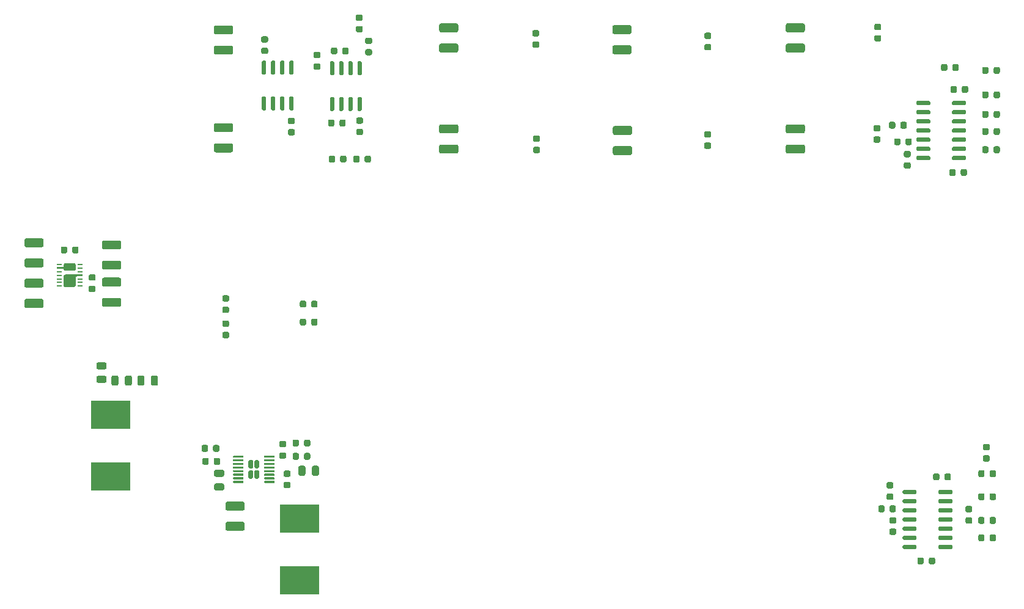
<source format=gbr>
G04 #@! TF.GenerationSoftware,KiCad,Pcbnew,(5.1.10)-1*
G04 #@! TF.CreationDate,2021-11-04T15:01:01+01:00*
G04 #@! TF.ProjectId,RedPitaya_IntStab,52656450-6974-4617-9961-5f496e745374,1.5*
G04 #@! TF.SameCoordinates,Original*
G04 #@! TF.FileFunction,Paste,Top*
G04 #@! TF.FilePolarity,Positive*
%FSLAX46Y46*%
G04 Gerber Fmt 4.6, Leading zero omitted, Abs format (unit mm)*
G04 Created by KiCad (PCBNEW (5.1.10)-1) date 2021-11-04 15:01:01*
%MOMM*%
%LPD*%
G01*
G04 APERTURE LIST*
%ADD10R,5.500000X4.000000*%
%ADD11R,0.700000X0.250000*%
%ADD12C,0.100000*%
G04 APERTURE END LIST*
G36*
G01*
X192350000Y-122160000D02*
X192350000Y-122460000D01*
G75*
G02*
X192200000Y-122610000I-150000J0D01*
G01*
X190550000Y-122610000D01*
G75*
G02*
X190400000Y-122460000I0J150000D01*
G01*
X190400000Y-122160000D01*
G75*
G02*
X190550000Y-122010000I150000J0D01*
G01*
X192200000Y-122010000D01*
G75*
G02*
X192350000Y-122160000I0J-150000D01*
G01*
G37*
G36*
G01*
X192350000Y-120890000D02*
X192350000Y-121190000D01*
G75*
G02*
X192200000Y-121340000I-150000J0D01*
G01*
X190550000Y-121340000D01*
G75*
G02*
X190400000Y-121190000I0J150000D01*
G01*
X190400000Y-120890000D01*
G75*
G02*
X190550000Y-120740000I150000J0D01*
G01*
X192200000Y-120740000D01*
G75*
G02*
X192350000Y-120890000I0J-150000D01*
G01*
G37*
G36*
G01*
X192350000Y-119620000D02*
X192350000Y-119920000D01*
G75*
G02*
X192200000Y-120070000I-150000J0D01*
G01*
X190550000Y-120070000D01*
G75*
G02*
X190400000Y-119920000I0J150000D01*
G01*
X190400000Y-119620000D01*
G75*
G02*
X190550000Y-119470000I150000J0D01*
G01*
X192200000Y-119470000D01*
G75*
G02*
X192350000Y-119620000I0J-150000D01*
G01*
G37*
G36*
G01*
X192350000Y-118350000D02*
X192350000Y-118650000D01*
G75*
G02*
X192200000Y-118800000I-150000J0D01*
G01*
X190550000Y-118800000D01*
G75*
G02*
X190400000Y-118650000I0J150000D01*
G01*
X190400000Y-118350000D01*
G75*
G02*
X190550000Y-118200000I150000J0D01*
G01*
X192200000Y-118200000D01*
G75*
G02*
X192350000Y-118350000I0J-150000D01*
G01*
G37*
G36*
G01*
X192350000Y-117080000D02*
X192350000Y-117380000D01*
G75*
G02*
X192200000Y-117530000I-150000J0D01*
G01*
X190550000Y-117530000D01*
G75*
G02*
X190400000Y-117380000I0J150000D01*
G01*
X190400000Y-117080000D01*
G75*
G02*
X190550000Y-116930000I150000J0D01*
G01*
X192200000Y-116930000D01*
G75*
G02*
X192350000Y-117080000I0J-150000D01*
G01*
G37*
G36*
G01*
X192350000Y-115810000D02*
X192350000Y-116110000D01*
G75*
G02*
X192200000Y-116260000I-150000J0D01*
G01*
X190550000Y-116260000D01*
G75*
G02*
X190400000Y-116110000I0J150000D01*
G01*
X190400000Y-115810000D01*
G75*
G02*
X190550000Y-115660000I150000J0D01*
G01*
X192200000Y-115660000D01*
G75*
G02*
X192350000Y-115810000I0J-150000D01*
G01*
G37*
G36*
G01*
X192350000Y-114540000D02*
X192350000Y-114840000D01*
G75*
G02*
X192200000Y-114990000I-150000J0D01*
G01*
X190550000Y-114990000D01*
G75*
G02*
X190400000Y-114840000I0J150000D01*
G01*
X190400000Y-114540000D01*
G75*
G02*
X190550000Y-114390000I150000J0D01*
G01*
X192200000Y-114390000D01*
G75*
G02*
X192350000Y-114540000I0J-150000D01*
G01*
G37*
G36*
G01*
X197300000Y-114540000D02*
X197300000Y-114840000D01*
G75*
G02*
X197150000Y-114990000I-150000J0D01*
G01*
X195500000Y-114990000D01*
G75*
G02*
X195350000Y-114840000I0J150000D01*
G01*
X195350000Y-114540000D01*
G75*
G02*
X195500000Y-114390000I150000J0D01*
G01*
X197150000Y-114390000D01*
G75*
G02*
X197300000Y-114540000I0J-150000D01*
G01*
G37*
G36*
G01*
X197300000Y-115810000D02*
X197300000Y-116110000D01*
G75*
G02*
X197150000Y-116260000I-150000J0D01*
G01*
X195500000Y-116260000D01*
G75*
G02*
X195350000Y-116110000I0J150000D01*
G01*
X195350000Y-115810000D01*
G75*
G02*
X195500000Y-115660000I150000J0D01*
G01*
X197150000Y-115660000D01*
G75*
G02*
X197300000Y-115810000I0J-150000D01*
G01*
G37*
G36*
G01*
X197300000Y-117080000D02*
X197300000Y-117380000D01*
G75*
G02*
X197150000Y-117530000I-150000J0D01*
G01*
X195500000Y-117530000D01*
G75*
G02*
X195350000Y-117380000I0J150000D01*
G01*
X195350000Y-117080000D01*
G75*
G02*
X195500000Y-116930000I150000J0D01*
G01*
X197150000Y-116930000D01*
G75*
G02*
X197300000Y-117080000I0J-150000D01*
G01*
G37*
G36*
G01*
X197300000Y-118350000D02*
X197300000Y-118650000D01*
G75*
G02*
X197150000Y-118800000I-150000J0D01*
G01*
X195500000Y-118800000D01*
G75*
G02*
X195350000Y-118650000I0J150000D01*
G01*
X195350000Y-118350000D01*
G75*
G02*
X195500000Y-118200000I150000J0D01*
G01*
X197150000Y-118200000D01*
G75*
G02*
X197300000Y-118350000I0J-150000D01*
G01*
G37*
G36*
G01*
X197300000Y-119620000D02*
X197300000Y-119920000D01*
G75*
G02*
X197150000Y-120070000I-150000J0D01*
G01*
X195500000Y-120070000D01*
G75*
G02*
X195350000Y-119920000I0J150000D01*
G01*
X195350000Y-119620000D01*
G75*
G02*
X195500000Y-119470000I150000J0D01*
G01*
X197150000Y-119470000D01*
G75*
G02*
X197300000Y-119620000I0J-150000D01*
G01*
G37*
G36*
G01*
X197300000Y-120890000D02*
X197300000Y-121190000D01*
G75*
G02*
X197150000Y-121340000I-150000J0D01*
G01*
X195500000Y-121340000D01*
G75*
G02*
X195350000Y-121190000I0J150000D01*
G01*
X195350000Y-120890000D01*
G75*
G02*
X195500000Y-120740000I150000J0D01*
G01*
X197150000Y-120740000D01*
G75*
G02*
X197300000Y-120890000I0J-150000D01*
G01*
G37*
G36*
G01*
X197300000Y-122160000D02*
X197300000Y-122460000D01*
G75*
G02*
X197150000Y-122610000I-150000J0D01*
G01*
X195500000Y-122610000D01*
G75*
G02*
X195350000Y-122460000I0J150000D01*
G01*
X195350000Y-122160000D01*
G75*
G02*
X195500000Y-122010000I150000J0D01*
G01*
X197150000Y-122010000D01*
G75*
G02*
X197300000Y-122160000I0J-150000D01*
G01*
G37*
G36*
G01*
X194250000Y-68250000D02*
X194250000Y-68550000D01*
G75*
G02*
X194100000Y-68700000I-150000J0D01*
G01*
X192450000Y-68700000D01*
G75*
G02*
X192300000Y-68550000I0J150000D01*
G01*
X192300000Y-68250000D01*
G75*
G02*
X192450000Y-68100000I150000J0D01*
G01*
X194100000Y-68100000D01*
G75*
G02*
X194250000Y-68250000I0J-150000D01*
G01*
G37*
G36*
G01*
X194250000Y-66980000D02*
X194250000Y-67280000D01*
G75*
G02*
X194100000Y-67430000I-150000J0D01*
G01*
X192450000Y-67430000D01*
G75*
G02*
X192300000Y-67280000I0J150000D01*
G01*
X192300000Y-66980000D01*
G75*
G02*
X192450000Y-66830000I150000J0D01*
G01*
X194100000Y-66830000D01*
G75*
G02*
X194250000Y-66980000I0J-150000D01*
G01*
G37*
G36*
G01*
X194250000Y-65710000D02*
X194250000Y-66010000D01*
G75*
G02*
X194100000Y-66160000I-150000J0D01*
G01*
X192450000Y-66160000D01*
G75*
G02*
X192300000Y-66010000I0J150000D01*
G01*
X192300000Y-65710000D01*
G75*
G02*
X192450000Y-65560000I150000J0D01*
G01*
X194100000Y-65560000D01*
G75*
G02*
X194250000Y-65710000I0J-150000D01*
G01*
G37*
G36*
G01*
X194250000Y-64440000D02*
X194250000Y-64740000D01*
G75*
G02*
X194100000Y-64890000I-150000J0D01*
G01*
X192450000Y-64890000D01*
G75*
G02*
X192300000Y-64740000I0J150000D01*
G01*
X192300000Y-64440000D01*
G75*
G02*
X192450000Y-64290000I150000J0D01*
G01*
X194100000Y-64290000D01*
G75*
G02*
X194250000Y-64440000I0J-150000D01*
G01*
G37*
G36*
G01*
X194250000Y-63170000D02*
X194250000Y-63470000D01*
G75*
G02*
X194100000Y-63620000I-150000J0D01*
G01*
X192450000Y-63620000D01*
G75*
G02*
X192300000Y-63470000I0J150000D01*
G01*
X192300000Y-63170000D01*
G75*
G02*
X192450000Y-63020000I150000J0D01*
G01*
X194100000Y-63020000D01*
G75*
G02*
X194250000Y-63170000I0J-150000D01*
G01*
G37*
G36*
G01*
X194250000Y-61900000D02*
X194250000Y-62200000D01*
G75*
G02*
X194100000Y-62350000I-150000J0D01*
G01*
X192450000Y-62350000D01*
G75*
G02*
X192300000Y-62200000I0J150000D01*
G01*
X192300000Y-61900000D01*
G75*
G02*
X192450000Y-61750000I150000J0D01*
G01*
X194100000Y-61750000D01*
G75*
G02*
X194250000Y-61900000I0J-150000D01*
G01*
G37*
G36*
G01*
X194250000Y-60630000D02*
X194250000Y-60930000D01*
G75*
G02*
X194100000Y-61080000I-150000J0D01*
G01*
X192450000Y-61080000D01*
G75*
G02*
X192300000Y-60930000I0J150000D01*
G01*
X192300000Y-60630000D01*
G75*
G02*
X192450000Y-60480000I150000J0D01*
G01*
X194100000Y-60480000D01*
G75*
G02*
X194250000Y-60630000I0J-150000D01*
G01*
G37*
G36*
G01*
X199200000Y-60630000D02*
X199200000Y-60930000D01*
G75*
G02*
X199050000Y-61080000I-150000J0D01*
G01*
X197400000Y-61080000D01*
G75*
G02*
X197250000Y-60930000I0J150000D01*
G01*
X197250000Y-60630000D01*
G75*
G02*
X197400000Y-60480000I150000J0D01*
G01*
X199050000Y-60480000D01*
G75*
G02*
X199200000Y-60630000I0J-150000D01*
G01*
G37*
G36*
G01*
X199200000Y-61900000D02*
X199200000Y-62200000D01*
G75*
G02*
X199050000Y-62350000I-150000J0D01*
G01*
X197400000Y-62350000D01*
G75*
G02*
X197250000Y-62200000I0J150000D01*
G01*
X197250000Y-61900000D01*
G75*
G02*
X197400000Y-61750000I150000J0D01*
G01*
X199050000Y-61750000D01*
G75*
G02*
X199200000Y-61900000I0J-150000D01*
G01*
G37*
G36*
G01*
X199200000Y-63170000D02*
X199200000Y-63470000D01*
G75*
G02*
X199050000Y-63620000I-150000J0D01*
G01*
X197400000Y-63620000D01*
G75*
G02*
X197250000Y-63470000I0J150000D01*
G01*
X197250000Y-63170000D01*
G75*
G02*
X197400000Y-63020000I150000J0D01*
G01*
X199050000Y-63020000D01*
G75*
G02*
X199200000Y-63170000I0J-150000D01*
G01*
G37*
G36*
G01*
X199200000Y-64440000D02*
X199200000Y-64740000D01*
G75*
G02*
X199050000Y-64890000I-150000J0D01*
G01*
X197400000Y-64890000D01*
G75*
G02*
X197250000Y-64740000I0J150000D01*
G01*
X197250000Y-64440000D01*
G75*
G02*
X197400000Y-64290000I150000J0D01*
G01*
X199050000Y-64290000D01*
G75*
G02*
X199200000Y-64440000I0J-150000D01*
G01*
G37*
G36*
G01*
X199200000Y-65710000D02*
X199200000Y-66010000D01*
G75*
G02*
X199050000Y-66160000I-150000J0D01*
G01*
X197400000Y-66160000D01*
G75*
G02*
X197250000Y-66010000I0J150000D01*
G01*
X197250000Y-65710000D01*
G75*
G02*
X197400000Y-65560000I150000J0D01*
G01*
X199050000Y-65560000D01*
G75*
G02*
X199200000Y-65710000I0J-150000D01*
G01*
G37*
G36*
G01*
X199200000Y-66980000D02*
X199200000Y-67280000D01*
G75*
G02*
X199050000Y-67430000I-150000J0D01*
G01*
X197400000Y-67430000D01*
G75*
G02*
X197250000Y-67280000I0J150000D01*
G01*
X197250000Y-66980000D01*
G75*
G02*
X197400000Y-66830000I150000J0D01*
G01*
X199050000Y-66830000D01*
G75*
G02*
X199200000Y-66980000I0J-150000D01*
G01*
G37*
G36*
G01*
X199200000Y-68250000D02*
X199200000Y-68550000D01*
G75*
G02*
X199050000Y-68700000I-150000J0D01*
G01*
X197400000Y-68700000D01*
G75*
G02*
X197250000Y-68550000I0J150000D01*
G01*
X197250000Y-68250000D01*
G75*
G02*
X197400000Y-68100000I150000J0D01*
G01*
X199050000Y-68100000D01*
G75*
G02*
X199200000Y-68250000I0J-150000D01*
G01*
G37*
G36*
G01*
X111545000Y-56925000D02*
X111245000Y-56925000D01*
G75*
G02*
X111095000Y-56775000I0J150000D01*
G01*
X111095000Y-55125000D01*
G75*
G02*
X111245000Y-54975000I150000J0D01*
G01*
X111545000Y-54975000D01*
G75*
G02*
X111695000Y-55125000I0J-150000D01*
G01*
X111695000Y-56775000D01*
G75*
G02*
X111545000Y-56925000I-150000J0D01*
G01*
G37*
G36*
G01*
X112815000Y-56925000D02*
X112515000Y-56925000D01*
G75*
G02*
X112365000Y-56775000I0J150000D01*
G01*
X112365000Y-55125000D01*
G75*
G02*
X112515000Y-54975000I150000J0D01*
G01*
X112815000Y-54975000D01*
G75*
G02*
X112965000Y-55125000I0J-150000D01*
G01*
X112965000Y-56775000D01*
G75*
G02*
X112815000Y-56925000I-150000J0D01*
G01*
G37*
G36*
G01*
X114085000Y-56925000D02*
X113785000Y-56925000D01*
G75*
G02*
X113635000Y-56775000I0J150000D01*
G01*
X113635000Y-55125000D01*
G75*
G02*
X113785000Y-54975000I150000J0D01*
G01*
X114085000Y-54975000D01*
G75*
G02*
X114235000Y-55125000I0J-150000D01*
G01*
X114235000Y-56775000D01*
G75*
G02*
X114085000Y-56925000I-150000J0D01*
G01*
G37*
G36*
G01*
X115355000Y-56925000D02*
X115055000Y-56925000D01*
G75*
G02*
X114905000Y-56775000I0J150000D01*
G01*
X114905000Y-55125000D01*
G75*
G02*
X115055000Y-54975000I150000J0D01*
G01*
X115355000Y-54975000D01*
G75*
G02*
X115505000Y-55125000I0J-150000D01*
G01*
X115505000Y-56775000D01*
G75*
G02*
X115355000Y-56925000I-150000J0D01*
G01*
G37*
G36*
G01*
X115355000Y-61875000D02*
X115055000Y-61875000D01*
G75*
G02*
X114905000Y-61725000I0J150000D01*
G01*
X114905000Y-60075000D01*
G75*
G02*
X115055000Y-59925000I150000J0D01*
G01*
X115355000Y-59925000D01*
G75*
G02*
X115505000Y-60075000I0J-150000D01*
G01*
X115505000Y-61725000D01*
G75*
G02*
X115355000Y-61875000I-150000J0D01*
G01*
G37*
G36*
G01*
X114085000Y-61875000D02*
X113785000Y-61875000D01*
G75*
G02*
X113635000Y-61725000I0J150000D01*
G01*
X113635000Y-60075000D01*
G75*
G02*
X113785000Y-59925000I150000J0D01*
G01*
X114085000Y-59925000D01*
G75*
G02*
X114235000Y-60075000I0J-150000D01*
G01*
X114235000Y-61725000D01*
G75*
G02*
X114085000Y-61875000I-150000J0D01*
G01*
G37*
G36*
G01*
X112815000Y-61875000D02*
X112515000Y-61875000D01*
G75*
G02*
X112365000Y-61725000I0J150000D01*
G01*
X112365000Y-60075000D01*
G75*
G02*
X112515000Y-59925000I150000J0D01*
G01*
X112815000Y-59925000D01*
G75*
G02*
X112965000Y-60075000I0J-150000D01*
G01*
X112965000Y-61725000D01*
G75*
G02*
X112815000Y-61875000I-150000J0D01*
G01*
G37*
G36*
G01*
X111545000Y-61875000D02*
X111245000Y-61875000D01*
G75*
G02*
X111095000Y-61725000I0J150000D01*
G01*
X111095000Y-60075000D01*
G75*
G02*
X111245000Y-59925000I150000J0D01*
G01*
X111545000Y-59925000D01*
G75*
G02*
X111695000Y-60075000I0J-150000D01*
G01*
X111695000Y-61725000D01*
G75*
G02*
X111545000Y-61875000I-150000J0D01*
G01*
G37*
G36*
G01*
X102095000Y-56850000D02*
X101795000Y-56850000D01*
G75*
G02*
X101645000Y-56700000I0J150000D01*
G01*
X101645000Y-55050000D01*
G75*
G02*
X101795000Y-54900000I150000J0D01*
G01*
X102095000Y-54900000D01*
G75*
G02*
X102245000Y-55050000I0J-150000D01*
G01*
X102245000Y-56700000D01*
G75*
G02*
X102095000Y-56850000I-150000J0D01*
G01*
G37*
G36*
G01*
X103365000Y-56850000D02*
X103065000Y-56850000D01*
G75*
G02*
X102915000Y-56700000I0J150000D01*
G01*
X102915000Y-55050000D01*
G75*
G02*
X103065000Y-54900000I150000J0D01*
G01*
X103365000Y-54900000D01*
G75*
G02*
X103515000Y-55050000I0J-150000D01*
G01*
X103515000Y-56700000D01*
G75*
G02*
X103365000Y-56850000I-150000J0D01*
G01*
G37*
G36*
G01*
X104635000Y-56850000D02*
X104335000Y-56850000D01*
G75*
G02*
X104185000Y-56700000I0J150000D01*
G01*
X104185000Y-55050000D01*
G75*
G02*
X104335000Y-54900000I150000J0D01*
G01*
X104635000Y-54900000D01*
G75*
G02*
X104785000Y-55050000I0J-150000D01*
G01*
X104785000Y-56700000D01*
G75*
G02*
X104635000Y-56850000I-150000J0D01*
G01*
G37*
G36*
G01*
X105905000Y-56850000D02*
X105605000Y-56850000D01*
G75*
G02*
X105455000Y-56700000I0J150000D01*
G01*
X105455000Y-55050000D01*
G75*
G02*
X105605000Y-54900000I150000J0D01*
G01*
X105905000Y-54900000D01*
G75*
G02*
X106055000Y-55050000I0J-150000D01*
G01*
X106055000Y-56700000D01*
G75*
G02*
X105905000Y-56850000I-150000J0D01*
G01*
G37*
G36*
G01*
X105905000Y-61800000D02*
X105605000Y-61800000D01*
G75*
G02*
X105455000Y-61650000I0J150000D01*
G01*
X105455000Y-60000000D01*
G75*
G02*
X105605000Y-59850000I150000J0D01*
G01*
X105905000Y-59850000D01*
G75*
G02*
X106055000Y-60000000I0J-150000D01*
G01*
X106055000Y-61650000D01*
G75*
G02*
X105905000Y-61800000I-150000J0D01*
G01*
G37*
G36*
G01*
X104635000Y-61800000D02*
X104335000Y-61800000D01*
G75*
G02*
X104185000Y-61650000I0J150000D01*
G01*
X104185000Y-60000000D01*
G75*
G02*
X104335000Y-59850000I150000J0D01*
G01*
X104635000Y-59850000D01*
G75*
G02*
X104785000Y-60000000I0J-150000D01*
G01*
X104785000Y-61650000D01*
G75*
G02*
X104635000Y-61800000I-150000J0D01*
G01*
G37*
G36*
G01*
X103365000Y-61800000D02*
X103065000Y-61800000D01*
G75*
G02*
X102915000Y-61650000I0J150000D01*
G01*
X102915000Y-60000000D01*
G75*
G02*
X103065000Y-59850000I150000J0D01*
G01*
X103365000Y-59850000D01*
G75*
G02*
X103515000Y-60000000I0J-150000D01*
G01*
X103515000Y-61650000D01*
G75*
G02*
X103365000Y-61800000I-150000J0D01*
G01*
G37*
G36*
G01*
X102095000Y-61800000D02*
X101795000Y-61800000D01*
G75*
G02*
X101645000Y-61650000I0J150000D01*
G01*
X101645000Y-60000000D01*
G75*
G02*
X101795000Y-59850000I150000J0D01*
G01*
X102095000Y-59850000D01*
G75*
G02*
X102245000Y-60000000I0J-150000D01*
G01*
X102245000Y-61650000D01*
G75*
G02*
X102095000Y-61800000I-150000J0D01*
G01*
G37*
G36*
G01*
X174465138Y-66530718D02*
X176615138Y-66530718D01*
G75*
G02*
X176865138Y-66780718I0J-250000D01*
G01*
X176865138Y-67530718D01*
G75*
G02*
X176615138Y-67780718I-250000J0D01*
G01*
X174465138Y-67780718D01*
G75*
G02*
X174215138Y-67530718I0J250000D01*
G01*
X174215138Y-66780718D01*
G75*
G02*
X174465138Y-66530718I250000J0D01*
G01*
G37*
G36*
G01*
X174465138Y-63730718D02*
X176615138Y-63730718D01*
G75*
G02*
X176865138Y-63980718I0J-250000D01*
G01*
X176865138Y-64730718D01*
G75*
G02*
X176615138Y-64980718I-250000J0D01*
G01*
X174465138Y-64980718D01*
G75*
G02*
X174215138Y-64730718I0J250000D01*
G01*
X174215138Y-63980718D01*
G75*
G02*
X174465138Y-63730718I250000J0D01*
G01*
G37*
G36*
G01*
X128615138Y-64980718D02*
X126465138Y-64980718D01*
G75*
G02*
X126215138Y-64730718I0J250000D01*
G01*
X126215138Y-63980718D01*
G75*
G02*
X126465138Y-63730718I250000J0D01*
G01*
X128615138Y-63730718D01*
G75*
G02*
X128865138Y-63980718I0J-250000D01*
G01*
X128865138Y-64730718D01*
G75*
G02*
X128615138Y-64980718I-250000J0D01*
G01*
G37*
G36*
G01*
X128615138Y-67780718D02*
X126465138Y-67780718D01*
G75*
G02*
X126215138Y-67530718I0J250000D01*
G01*
X126215138Y-66780718D01*
G75*
G02*
X126465138Y-66530718I250000J0D01*
G01*
X128615138Y-66530718D01*
G75*
G02*
X128865138Y-66780718I0J-250000D01*
G01*
X128865138Y-67530718D01*
G75*
G02*
X128615138Y-67780718I-250000J0D01*
G01*
G37*
G36*
G01*
X174465138Y-52530718D02*
X176615138Y-52530718D01*
G75*
G02*
X176865138Y-52780718I0J-250000D01*
G01*
X176865138Y-53530718D01*
G75*
G02*
X176615138Y-53780718I-250000J0D01*
G01*
X174465138Y-53780718D01*
G75*
G02*
X174215138Y-53530718I0J250000D01*
G01*
X174215138Y-52780718D01*
G75*
G02*
X174465138Y-52530718I250000J0D01*
G01*
G37*
G36*
G01*
X174465138Y-49730718D02*
X176615138Y-49730718D01*
G75*
G02*
X176865138Y-49980718I0J-250000D01*
G01*
X176865138Y-50730718D01*
G75*
G02*
X176615138Y-50980718I-250000J0D01*
G01*
X174465138Y-50980718D01*
G75*
G02*
X174215138Y-50730718I0J250000D01*
G01*
X174215138Y-49980718D01*
G75*
G02*
X174465138Y-49730718I250000J0D01*
G01*
G37*
G36*
G01*
X126465138Y-52530718D02*
X128615138Y-52530718D01*
G75*
G02*
X128865138Y-52780718I0J-250000D01*
G01*
X128865138Y-53530718D01*
G75*
G02*
X128615138Y-53780718I-250000J0D01*
G01*
X126465138Y-53780718D01*
G75*
G02*
X126215138Y-53530718I0J250000D01*
G01*
X126215138Y-52780718D01*
G75*
G02*
X126465138Y-52530718I250000J0D01*
G01*
G37*
G36*
G01*
X126465138Y-49730718D02*
X128615138Y-49730718D01*
G75*
G02*
X128865138Y-49980718I0J-250000D01*
G01*
X128865138Y-50730718D01*
G75*
G02*
X128615138Y-50980718I-250000J0D01*
G01*
X126465138Y-50980718D01*
G75*
G02*
X126215138Y-50730718I0J250000D01*
G01*
X126215138Y-49980718D01*
G75*
G02*
X126465138Y-49730718I250000J0D01*
G01*
G37*
G36*
G01*
X150525000Y-66750000D02*
X152675000Y-66750000D01*
G75*
G02*
X152925000Y-67000000I0J-250000D01*
G01*
X152925000Y-67750000D01*
G75*
G02*
X152675000Y-68000000I-250000J0D01*
G01*
X150525000Y-68000000D01*
G75*
G02*
X150275000Y-67750000I0J250000D01*
G01*
X150275000Y-67000000D01*
G75*
G02*
X150525000Y-66750000I250000J0D01*
G01*
G37*
G36*
G01*
X150525000Y-63950000D02*
X152675000Y-63950000D01*
G75*
G02*
X152925000Y-64200000I0J-250000D01*
G01*
X152925000Y-64950000D01*
G75*
G02*
X152675000Y-65200000I-250000J0D01*
G01*
X150525000Y-65200000D01*
G75*
G02*
X150275000Y-64950000I0J250000D01*
G01*
X150275000Y-64200000D01*
G75*
G02*
X150525000Y-63950000I250000J0D01*
G01*
G37*
G36*
G01*
X150450000Y-52775000D02*
X152600000Y-52775000D01*
G75*
G02*
X152850000Y-53025000I0J-250000D01*
G01*
X152850000Y-53775000D01*
G75*
G02*
X152600000Y-54025000I-250000J0D01*
G01*
X150450000Y-54025000D01*
G75*
G02*
X150200000Y-53775000I0J250000D01*
G01*
X150200000Y-53025000D01*
G75*
G02*
X150450000Y-52775000I250000J0D01*
G01*
G37*
G36*
G01*
X150450000Y-49975000D02*
X152600000Y-49975000D01*
G75*
G02*
X152850000Y-50225000I0J-250000D01*
G01*
X152850000Y-50975000D01*
G75*
G02*
X152600000Y-51225000I-250000J0D01*
G01*
X150450000Y-51225000D01*
G75*
G02*
X150200000Y-50975000I0J250000D01*
G01*
X150200000Y-50225000D01*
G75*
G02*
X150450000Y-49975000I250000J0D01*
G01*
G37*
G36*
G01*
X95275000Y-66375000D02*
X97425000Y-66375000D01*
G75*
G02*
X97675000Y-66625000I0J-250000D01*
G01*
X97675000Y-67375000D01*
G75*
G02*
X97425000Y-67625000I-250000J0D01*
G01*
X95275000Y-67625000D01*
G75*
G02*
X95025000Y-67375000I0J250000D01*
G01*
X95025000Y-66625000D01*
G75*
G02*
X95275000Y-66375000I250000J0D01*
G01*
G37*
G36*
G01*
X95275000Y-63575000D02*
X97425000Y-63575000D01*
G75*
G02*
X97675000Y-63825000I0J-250000D01*
G01*
X97675000Y-64575000D01*
G75*
G02*
X97425000Y-64825000I-250000J0D01*
G01*
X95275000Y-64825000D01*
G75*
G02*
X95025000Y-64575000I0J250000D01*
G01*
X95025000Y-63825000D01*
G75*
G02*
X95275000Y-63575000I250000J0D01*
G01*
G37*
G36*
G01*
X97425000Y-51275000D02*
X95275000Y-51275000D01*
G75*
G02*
X95025000Y-51025000I0J250000D01*
G01*
X95025000Y-50275000D01*
G75*
G02*
X95275000Y-50025000I250000J0D01*
G01*
X97425000Y-50025000D01*
G75*
G02*
X97675000Y-50275000I0J-250000D01*
G01*
X97675000Y-51025000D01*
G75*
G02*
X97425000Y-51275000I-250000J0D01*
G01*
G37*
G36*
G01*
X97425000Y-54075000D02*
X95275000Y-54075000D01*
G75*
G02*
X95025000Y-53825000I0J250000D01*
G01*
X95025000Y-53075000D01*
G75*
G02*
X95275000Y-52825000I250000J0D01*
G01*
X97425000Y-52825000D01*
G75*
G02*
X97675000Y-53075000I0J-250000D01*
G01*
X97675000Y-53825000D01*
G75*
G02*
X97425000Y-54075000I-250000J0D01*
G01*
G37*
G36*
G01*
X106800000Y-107643750D02*
X106800000Y-108156250D01*
G75*
G02*
X106581250Y-108375000I-218750J0D01*
G01*
X106143750Y-108375000D01*
G75*
G02*
X105925000Y-108156250I0J218750D01*
G01*
X105925000Y-107643750D01*
G75*
G02*
X106143750Y-107425000I218750J0D01*
G01*
X106581250Y-107425000D01*
G75*
G02*
X106800000Y-107643750I0J-218750D01*
G01*
G37*
G36*
G01*
X108375000Y-107643750D02*
X108375000Y-108156250D01*
G75*
G02*
X108156250Y-108375000I-218750J0D01*
G01*
X107718750Y-108375000D01*
G75*
G02*
X107500000Y-108156250I0J218750D01*
G01*
X107500000Y-107643750D01*
G75*
G02*
X107718750Y-107425000I218750J0D01*
G01*
X108156250Y-107425000D01*
G75*
G02*
X108375000Y-107643750I0J-218750D01*
G01*
G37*
G36*
G01*
X104806250Y-108500000D02*
X104293750Y-108500000D01*
G75*
G02*
X104075000Y-108281250I0J218750D01*
G01*
X104075000Y-107843750D01*
G75*
G02*
X104293750Y-107625000I218750J0D01*
G01*
X104806250Y-107625000D01*
G75*
G02*
X105025000Y-107843750I0J-218750D01*
G01*
X105025000Y-108281250D01*
G75*
G02*
X104806250Y-108500000I-218750J0D01*
G01*
G37*
G36*
G01*
X104806250Y-110075000D02*
X104293750Y-110075000D01*
G75*
G02*
X104075000Y-109856250I0J218750D01*
G01*
X104075000Y-109418750D01*
G75*
G02*
X104293750Y-109200000I218750J0D01*
G01*
X104806250Y-109200000D01*
G75*
G02*
X105025000Y-109418750I0J-218750D01*
G01*
X105025000Y-109856250D01*
G75*
G02*
X104806250Y-110075000I-218750J0D01*
G01*
G37*
G36*
G01*
X94300000Y-110193750D02*
X94300000Y-110706250D01*
G75*
G02*
X94081250Y-110925000I-218750J0D01*
G01*
X93643750Y-110925000D01*
G75*
G02*
X93425000Y-110706250I0J218750D01*
G01*
X93425000Y-110193750D01*
G75*
G02*
X93643750Y-109975000I218750J0D01*
G01*
X94081250Y-109975000D01*
G75*
G02*
X94300000Y-110193750I0J-218750D01*
G01*
G37*
G36*
G01*
X95875000Y-110193750D02*
X95875000Y-110706250D01*
G75*
G02*
X95656250Y-110925000I-218750J0D01*
G01*
X95218750Y-110925000D01*
G75*
G02*
X95000000Y-110706250I0J218750D01*
G01*
X95000000Y-110193750D01*
G75*
G02*
X95218750Y-109975000I218750J0D01*
G01*
X95656250Y-109975000D01*
G75*
G02*
X95875000Y-110193750I0J-218750D01*
G01*
G37*
G36*
G01*
X194025000Y-124506250D02*
X194025000Y-123993750D01*
G75*
G02*
X194243750Y-123775000I218750J0D01*
G01*
X194681250Y-123775000D01*
G75*
G02*
X194900000Y-123993750I0J-218750D01*
G01*
X194900000Y-124506250D01*
G75*
G02*
X194681250Y-124725000I-218750J0D01*
G01*
X194243750Y-124725000D01*
G75*
G02*
X194025000Y-124506250I0J218750D01*
G01*
G37*
G36*
G01*
X192450000Y-124506250D02*
X192450000Y-123993750D01*
G75*
G02*
X192668750Y-123775000I218750J0D01*
G01*
X193106250Y-123775000D01*
G75*
G02*
X193325000Y-123993750I0J-218750D01*
G01*
X193325000Y-124506250D01*
G75*
G02*
X193106250Y-124725000I-218750J0D01*
G01*
X192668750Y-124725000D01*
G75*
G02*
X192450000Y-124506250I0J218750D01*
G01*
G37*
G36*
G01*
X196200000Y-112856250D02*
X196200000Y-112343750D01*
G75*
G02*
X196418750Y-112125000I218750J0D01*
G01*
X196856250Y-112125000D01*
G75*
G02*
X197075000Y-112343750I0J-218750D01*
G01*
X197075000Y-112856250D01*
G75*
G02*
X196856250Y-113075000I-218750J0D01*
G01*
X196418750Y-113075000D01*
G75*
G02*
X196200000Y-112856250I0J218750D01*
G01*
G37*
G36*
G01*
X194625000Y-112856250D02*
X194625000Y-112343750D01*
G75*
G02*
X194843750Y-112125000I218750J0D01*
G01*
X195281250Y-112125000D01*
G75*
G02*
X195500000Y-112343750I0J-218750D01*
G01*
X195500000Y-112856250D01*
G75*
G02*
X195281250Y-113075000I-218750J0D01*
G01*
X194843750Y-113075000D01*
G75*
G02*
X194625000Y-112856250I0J218750D01*
G01*
G37*
G36*
G01*
X198450000Y-70656250D02*
X198450000Y-70143750D01*
G75*
G02*
X198668750Y-69925000I218750J0D01*
G01*
X199106250Y-69925000D01*
G75*
G02*
X199325000Y-70143750I0J-218750D01*
G01*
X199325000Y-70656250D01*
G75*
G02*
X199106250Y-70875000I-218750J0D01*
G01*
X198668750Y-70875000D01*
G75*
G02*
X198450000Y-70656250I0J218750D01*
G01*
G37*
G36*
G01*
X196875000Y-70656250D02*
X196875000Y-70143750D01*
G75*
G02*
X197093750Y-69925000I218750J0D01*
G01*
X197531250Y-69925000D01*
G75*
G02*
X197750000Y-70143750I0J-218750D01*
G01*
X197750000Y-70656250D01*
G75*
G02*
X197531250Y-70875000I-218750J0D01*
G01*
X197093750Y-70875000D01*
G75*
G02*
X196875000Y-70656250I0J218750D01*
G01*
G37*
G36*
G01*
X197900000Y-58643750D02*
X197900000Y-59156250D01*
G75*
G02*
X197681250Y-59375000I-218750J0D01*
G01*
X197243750Y-59375000D01*
G75*
G02*
X197025000Y-59156250I0J218750D01*
G01*
X197025000Y-58643750D01*
G75*
G02*
X197243750Y-58425000I218750J0D01*
G01*
X197681250Y-58425000D01*
G75*
G02*
X197900000Y-58643750I0J-218750D01*
G01*
G37*
G36*
G01*
X199475000Y-58643750D02*
X199475000Y-59156250D01*
G75*
G02*
X199256250Y-59375000I-218750J0D01*
G01*
X198818750Y-59375000D01*
G75*
G02*
X198600000Y-59156250I0J218750D01*
G01*
X198600000Y-58643750D01*
G75*
G02*
X198818750Y-58425000I218750J0D01*
G01*
X199256250Y-58425000D01*
G75*
G02*
X199475000Y-58643750I0J-218750D01*
G01*
G37*
G36*
G01*
X188600000Y-117281250D02*
X188600000Y-116768750D01*
G75*
G02*
X188818750Y-116550000I218750J0D01*
G01*
X189256250Y-116550000D01*
G75*
G02*
X189475000Y-116768750I0J-218750D01*
G01*
X189475000Y-117281250D01*
G75*
G02*
X189256250Y-117500000I-218750J0D01*
G01*
X188818750Y-117500000D01*
G75*
G02*
X188600000Y-117281250I0J218750D01*
G01*
G37*
G36*
G01*
X187025000Y-117281250D02*
X187025000Y-116768750D01*
G75*
G02*
X187243750Y-116550000I218750J0D01*
G01*
X187681250Y-116550000D01*
G75*
G02*
X187900000Y-116768750I0J-218750D01*
G01*
X187900000Y-117281250D01*
G75*
G02*
X187681250Y-117500000I-218750J0D01*
G01*
X187243750Y-117500000D01*
G75*
G02*
X187025000Y-117281250I0J218750D01*
G01*
G37*
G36*
G01*
X190800000Y-66406250D02*
X190800000Y-65893750D01*
G75*
G02*
X191018750Y-65675000I218750J0D01*
G01*
X191456250Y-65675000D01*
G75*
G02*
X191675000Y-65893750I0J-218750D01*
G01*
X191675000Y-66406250D01*
G75*
G02*
X191456250Y-66625000I-218750J0D01*
G01*
X191018750Y-66625000D01*
G75*
G02*
X190800000Y-66406250I0J218750D01*
G01*
G37*
G36*
G01*
X189225000Y-66406250D02*
X189225000Y-65893750D01*
G75*
G02*
X189443750Y-65675000I218750J0D01*
G01*
X189881250Y-65675000D01*
G75*
G02*
X190100000Y-65893750I0J-218750D01*
G01*
X190100000Y-66406250D01*
G75*
G02*
X189881250Y-66625000I-218750J0D01*
G01*
X189443750Y-66625000D01*
G75*
G02*
X189225000Y-66406250I0J218750D01*
G01*
G37*
G36*
G01*
X188393750Y-114900000D02*
X188906250Y-114900000D01*
G75*
G02*
X189125000Y-115118750I0J-218750D01*
G01*
X189125000Y-115556250D01*
G75*
G02*
X188906250Y-115775000I-218750J0D01*
G01*
X188393750Y-115775000D01*
G75*
G02*
X188175000Y-115556250I0J218750D01*
G01*
X188175000Y-115118750D01*
G75*
G02*
X188393750Y-114900000I218750J0D01*
G01*
G37*
G36*
G01*
X188393750Y-113325000D02*
X188906250Y-113325000D01*
G75*
G02*
X189125000Y-113543750I0J-218750D01*
G01*
X189125000Y-113981250D01*
G75*
G02*
X188906250Y-114200000I-218750J0D01*
G01*
X188393750Y-114200000D01*
G75*
G02*
X188175000Y-113981250I0J218750D01*
G01*
X188175000Y-113543750D01*
G75*
G02*
X188393750Y-113325000I218750J0D01*
G01*
G37*
G36*
G01*
X190793750Y-69000000D02*
X191306250Y-69000000D01*
G75*
G02*
X191525000Y-69218750I0J-218750D01*
G01*
X191525000Y-69656250D01*
G75*
G02*
X191306250Y-69875000I-218750J0D01*
G01*
X190793750Y-69875000D01*
G75*
G02*
X190575000Y-69656250I0J218750D01*
G01*
X190575000Y-69218750D01*
G75*
G02*
X190793750Y-69000000I218750J0D01*
G01*
G37*
G36*
G01*
X190793750Y-67425000D02*
X191306250Y-67425000D01*
G75*
G02*
X191525000Y-67643750I0J-218750D01*
G01*
X191525000Y-68081250D01*
G75*
G02*
X191306250Y-68300000I-218750J0D01*
G01*
X190793750Y-68300000D01*
G75*
G02*
X190575000Y-68081250I0J218750D01*
G01*
X190575000Y-67643750D01*
G75*
G02*
X190793750Y-67425000I218750J0D01*
G01*
G37*
G36*
G01*
X187106250Y-64700000D02*
X186593750Y-64700000D01*
G75*
G02*
X186375000Y-64481250I0J218750D01*
G01*
X186375000Y-64043750D01*
G75*
G02*
X186593750Y-63825000I218750J0D01*
G01*
X187106250Y-63825000D01*
G75*
G02*
X187325000Y-64043750I0J-218750D01*
G01*
X187325000Y-64481250D01*
G75*
G02*
X187106250Y-64700000I-218750J0D01*
G01*
G37*
G36*
G01*
X187106250Y-66275000D02*
X186593750Y-66275000D01*
G75*
G02*
X186375000Y-66056250I0J218750D01*
G01*
X186375000Y-65618750D01*
G75*
G02*
X186593750Y-65400000I218750J0D01*
G01*
X187106250Y-65400000D01*
G75*
G02*
X187325000Y-65618750I0J-218750D01*
G01*
X187325000Y-66056250D01*
G75*
G02*
X187106250Y-66275000I-218750J0D01*
G01*
G37*
G36*
G01*
X163656250Y-65550000D02*
X163143750Y-65550000D01*
G75*
G02*
X162925000Y-65331250I0J218750D01*
G01*
X162925000Y-64893750D01*
G75*
G02*
X163143750Y-64675000I218750J0D01*
G01*
X163656250Y-64675000D01*
G75*
G02*
X163875000Y-64893750I0J-218750D01*
G01*
X163875000Y-65331250D01*
G75*
G02*
X163656250Y-65550000I-218750J0D01*
G01*
G37*
G36*
G01*
X163656250Y-67125000D02*
X163143750Y-67125000D01*
G75*
G02*
X162925000Y-66906250I0J218750D01*
G01*
X162925000Y-66468750D01*
G75*
G02*
X163143750Y-66250000I218750J0D01*
G01*
X163656250Y-66250000D01*
G75*
G02*
X163875000Y-66468750I0J-218750D01*
G01*
X163875000Y-66906250D01*
G75*
G02*
X163656250Y-67125000I-218750J0D01*
G01*
G37*
G36*
G01*
X187206250Y-50675000D02*
X186693750Y-50675000D01*
G75*
G02*
X186475000Y-50456250I0J218750D01*
G01*
X186475000Y-50018750D01*
G75*
G02*
X186693750Y-49800000I218750J0D01*
G01*
X187206250Y-49800000D01*
G75*
G02*
X187425000Y-50018750I0J-218750D01*
G01*
X187425000Y-50456250D01*
G75*
G02*
X187206250Y-50675000I-218750J0D01*
G01*
G37*
G36*
G01*
X187206250Y-52250000D02*
X186693750Y-52250000D01*
G75*
G02*
X186475000Y-52031250I0J218750D01*
G01*
X186475000Y-51593750D01*
G75*
G02*
X186693750Y-51375000I218750J0D01*
G01*
X187206250Y-51375000D01*
G75*
G02*
X187425000Y-51593750I0J-218750D01*
G01*
X187425000Y-52031250D01*
G75*
G02*
X187206250Y-52250000I-218750J0D01*
G01*
G37*
G36*
G01*
X163168750Y-52600000D02*
X163681250Y-52600000D01*
G75*
G02*
X163900000Y-52818750I0J-218750D01*
G01*
X163900000Y-53256250D01*
G75*
G02*
X163681250Y-53475000I-218750J0D01*
G01*
X163168750Y-53475000D01*
G75*
G02*
X162950000Y-53256250I0J218750D01*
G01*
X162950000Y-52818750D01*
G75*
G02*
X163168750Y-52600000I218750J0D01*
G01*
G37*
G36*
G01*
X163168750Y-51025000D02*
X163681250Y-51025000D01*
G75*
G02*
X163900000Y-51243750I0J-218750D01*
G01*
X163900000Y-51681250D01*
G75*
G02*
X163681250Y-51900000I-218750J0D01*
G01*
X163168750Y-51900000D01*
G75*
G02*
X162950000Y-51681250I0J218750D01*
G01*
X162950000Y-51243750D01*
G75*
G02*
X163168750Y-51025000I218750J0D01*
G01*
G37*
G36*
G01*
X202450000Y-115606250D02*
X202450000Y-115093750D01*
G75*
G02*
X202668750Y-114875000I218750J0D01*
G01*
X203106250Y-114875000D01*
G75*
G02*
X203325000Y-115093750I0J-218750D01*
G01*
X203325000Y-115606250D01*
G75*
G02*
X203106250Y-115825000I-218750J0D01*
G01*
X202668750Y-115825000D01*
G75*
G02*
X202450000Y-115606250I0J218750D01*
G01*
G37*
G36*
G01*
X200875000Y-115606250D02*
X200875000Y-115093750D01*
G75*
G02*
X201093750Y-114875000I218750J0D01*
G01*
X201531250Y-114875000D01*
G75*
G02*
X201750000Y-115093750I0J-218750D01*
G01*
X201750000Y-115606250D01*
G75*
G02*
X201531250Y-115825000I-218750J0D01*
G01*
X201093750Y-115825000D01*
G75*
G02*
X200875000Y-115606250I0J218750D01*
G01*
G37*
G36*
G01*
X202450000Y-118881250D02*
X202450000Y-118368750D01*
G75*
G02*
X202668750Y-118150000I218750J0D01*
G01*
X203106250Y-118150000D01*
G75*
G02*
X203325000Y-118368750I0J-218750D01*
G01*
X203325000Y-118881250D01*
G75*
G02*
X203106250Y-119100000I-218750J0D01*
G01*
X202668750Y-119100000D01*
G75*
G02*
X202450000Y-118881250I0J218750D01*
G01*
G37*
G36*
G01*
X200875000Y-118881250D02*
X200875000Y-118368750D01*
G75*
G02*
X201093750Y-118150000I218750J0D01*
G01*
X201531250Y-118150000D01*
G75*
G02*
X201750000Y-118368750I0J-218750D01*
G01*
X201750000Y-118881250D01*
G75*
G02*
X201531250Y-119100000I-218750J0D01*
G01*
X201093750Y-119100000D01*
G75*
G02*
X200875000Y-118881250I0J218750D01*
G01*
G37*
G36*
G01*
X202450000Y-121306250D02*
X202450000Y-120793750D01*
G75*
G02*
X202668750Y-120575000I218750J0D01*
G01*
X203106250Y-120575000D01*
G75*
G02*
X203325000Y-120793750I0J-218750D01*
G01*
X203325000Y-121306250D01*
G75*
G02*
X203106250Y-121525000I-218750J0D01*
G01*
X202668750Y-121525000D01*
G75*
G02*
X202450000Y-121306250I0J218750D01*
G01*
G37*
G36*
G01*
X200875000Y-121306250D02*
X200875000Y-120793750D01*
G75*
G02*
X201093750Y-120575000I218750J0D01*
G01*
X201531250Y-120575000D01*
G75*
G02*
X201750000Y-120793750I0J-218750D01*
G01*
X201750000Y-121306250D01*
G75*
G02*
X201531250Y-121525000I-218750J0D01*
G01*
X201093750Y-121525000D01*
G75*
G02*
X200875000Y-121306250I0J218750D01*
G01*
G37*
G36*
G01*
X203000000Y-62606250D02*
X203000000Y-62093750D01*
G75*
G02*
X203218750Y-61875000I218750J0D01*
G01*
X203656250Y-61875000D01*
G75*
G02*
X203875000Y-62093750I0J-218750D01*
G01*
X203875000Y-62606250D01*
G75*
G02*
X203656250Y-62825000I-218750J0D01*
G01*
X203218750Y-62825000D01*
G75*
G02*
X203000000Y-62606250I0J218750D01*
G01*
G37*
G36*
G01*
X201425000Y-62606250D02*
X201425000Y-62093750D01*
G75*
G02*
X201643750Y-61875000I218750J0D01*
G01*
X202081250Y-61875000D01*
G75*
G02*
X202300000Y-62093750I0J-218750D01*
G01*
X202300000Y-62606250D01*
G75*
G02*
X202081250Y-62825000I-218750J0D01*
G01*
X201643750Y-62825000D01*
G75*
G02*
X201425000Y-62606250I0J218750D01*
G01*
G37*
G36*
G01*
X96393750Y-92500000D02*
X96906250Y-92500000D01*
G75*
G02*
X97125000Y-92718750I0J-218750D01*
G01*
X97125000Y-93156250D01*
G75*
G02*
X96906250Y-93375000I-218750J0D01*
G01*
X96393750Y-93375000D01*
G75*
G02*
X96175000Y-93156250I0J218750D01*
G01*
X96175000Y-92718750D01*
G75*
G02*
X96393750Y-92500000I218750J0D01*
G01*
G37*
G36*
G01*
X96393750Y-90925000D02*
X96906250Y-90925000D01*
G75*
G02*
X97125000Y-91143750I0J-218750D01*
G01*
X97125000Y-91581250D01*
G75*
G02*
X96906250Y-91800000I-218750J0D01*
G01*
X96393750Y-91800000D01*
G75*
G02*
X96175000Y-91581250I0J218750D01*
G01*
X96175000Y-91143750D01*
G75*
G02*
X96393750Y-90925000I218750J0D01*
G01*
G37*
G36*
G01*
X107800000Y-90893750D02*
X107800000Y-91406250D01*
G75*
G02*
X107581250Y-91625000I-218750J0D01*
G01*
X107143750Y-91625000D01*
G75*
G02*
X106925000Y-91406250I0J218750D01*
G01*
X106925000Y-90893750D01*
G75*
G02*
X107143750Y-90675000I218750J0D01*
G01*
X107581250Y-90675000D01*
G75*
G02*
X107800000Y-90893750I0J-218750D01*
G01*
G37*
G36*
G01*
X109375000Y-90893750D02*
X109375000Y-91406250D01*
G75*
G02*
X109156250Y-91625000I-218750J0D01*
G01*
X108718750Y-91625000D01*
G75*
G02*
X108500000Y-91406250I0J218750D01*
G01*
X108500000Y-90893750D01*
G75*
G02*
X108718750Y-90675000I218750J0D01*
G01*
X109156250Y-90675000D01*
G75*
G02*
X109375000Y-90893750I0J-218750D01*
G01*
G37*
G36*
G01*
X202450000Y-112406250D02*
X202450000Y-111893750D01*
G75*
G02*
X202668750Y-111675000I218750J0D01*
G01*
X203106250Y-111675000D01*
G75*
G02*
X203325000Y-111893750I0J-218750D01*
G01*
X203325000Y-112406250D01*
G75*
G02*
X203106250Y-112625000I-218750J0D01*
G01*
X202668750Y-112625000D01*
G75*
G02*
X202450000Y-112406250I0J218750D01*
G01*
G37*
G36*
G01*
X200875000Y-112406250D02*
X200875000Y-111893750D01*
G75*
G02*
X201093750Y-111675000I218750J0D01*
G01*
X201531250Y-111675000D01*
G75*
G02*
X201750000Y-111893750I0J-218750D01*
G01*
X201750000Y-112406250D01*
G75*
G02*
X201531250Y-112625000I-218750J0D01*
G01*
X201093750Y-112625000D01*
G75*
G02*
X200875000Y-112406250I0J218750D01*
G01*
G37*
G36*
G01*
X203000000Y-59906250D02*
X203000000Y-59393750D01*
G75*
G02*
X203218750Y-59175000I218750J0D01*
G01*
X203656250Y-59175000D01*
G75*
G02*
X203875000Y-59393750I0J-218750D01*
G01*
X203875000Y-59906250D01*
G75*
G02*
X203656250Y-60125000I-218750J0D01*
G01*
X203218750Y-60125000D01*
G75*
G02*
X203000000Y-59906250I0J218750D01*
G01*
G37*
G36*
G01*
X201425000Y-59906250D02*
X201425000Y-59393750D01*
G75*
G02*
X201643750Y-59175000I218750J0D01*
G01*
X202081250Y-59175000D01*
G75*
G02*
X202300000Y-59393750I0J-218750D01*
G01*
X202300000Y-59906250D01*
G75*
G02*
X202081250Y-60125000I-218750J0D01*
G01*
X201643750Y-60125000D01*
G75*
G02*
X201425000Y-59906250I0J218750D01*
G01*
G37*
G36*
G01*
X203000000Y-64981250D02*
X203000000Y-64468750D01*
G75*
G02*
X203218750Y-64250000I218750J0D01*
G01*
X203656250Y-64250000D01*
G75*
G02*
X203875000Y-64468750I0J-218750D01*
G01*
X203875000Y-64981250D01*
G75*
G02*
X203656250Y-65200000I-218750J0D01*
G01*
X203218750Y-65200000D01*
G75*
G02*
X203000000Y-64981250I0J218750D01*
G01*
G37*
G36*
G01*
X201425000Y-64981250D02*
X201425000Y-64468750D01*
G75*
G02*
X201643750Y-64250000I218750J0D01*
G01*
X202081250Y-64250000D01*
G75*
G02*
X202300000Y-64468750I0J-218750D01*
G01*
X202300000Y-64981250D01*
G75*
G02*
X202081250Y-65200000I-218750J0D01*
G01*
X201643750Y-65200000D01*
G75*
G02*
X201425000Y-64981250I0J218750D01*
G01*
G37*
G36*
G01*
X203000000Y-67506250D02*
X203000000Y-66993750D01*
G75*
G02*
X203218750Y-66775000I218750J0D01*
G01*
X203656250Y-66775000D01*
G75*
G02*
X203875000Y-66993750I0J-218750D01*
G01*
X203875000Y-67506250D01*
G75*
G02*
X203656250Y-67725000I-218750J0D01*
G01*
X203218750Y-67725000D01*
G75*
G02*
X203000000Y-67506250I0J218750D01*
G01*
G37*
G36*
G01*
X201425000Y-67506250D02*
X201425000Y-66993750D01*
G75*
G02*
X201643750Y-66775000I218750J0D01*
G01*
X202081250Y-66775000D01*
G75*
G02*
X202300000Y-66993750I0J-218750D01*
G01*
X202300000Y-67506250D01*
G75*
G02*
X202081250Y-67725000I-218750J0D01*
G01*
X201643750Y-67725000D01*
G75*
G02*
X201425000Y-67506250I0J218750D01*
G01*
G37*
G36*
G01*
X96906250Y-88300000D02*
X96393750Y-88300000D01*
G75*
G02*
X96175000Y-88081250I0J218750D01*
G01*
X96175000Y-87643750D01*
G75*
G02*
X96393750Y-87425000I218750J0D01*
G01*
X96906250Y-87425000D01*
G75*
G02*
X97125000Y-87643750I0J-218750D01*
G01*
X97125000Y-88081250D01*
G75*
G02*
X96906250Y-88300000I-218750J0D01*
G01*
G37*
G36*
G01*
X96906250Y-89875000D02*
X96393750Y-89875000D01*
G75*
G02*
X96175000Y-89656250I0J218750D01*
G01*
X96175000Y-89218750D01*
G75*
G02*
X96393750Y-89000000I218750J0D01*
G01*
X96906250Y-89000000D01*
G75*
G02*
X97125000Y-89218750I0J-218750D01*
G01*
X97125000Y-89656250D01*
G75*
G02*
X96906250Y-89875000I-218750J0D01*
G01*
G37*
G36*
G01*
X107800000Y-88393750D02*
X107800000Y-88906250D01*
G75*
G02*
X107581250Y-89125000I-218750J0D01*
G01*
X107143750Y-89125000D01*
G75*
G02*
X106925000Y-88906250I0J218750D01*
G01*
X106925000Y-88393750D01*
G75*
G02*
X107143750Y-88175000I218750J0D01*
G01*
X107581250Y-88175000D01*
G75*
G02*
X107800000Y-88393750I0J-218750D01*
G01*
G37*
G36*
G01*
X109375000Y-88393750D02*
X109375000Y-88906250D01*
G75*
G02*
X109156250Y-89125000I-218750J0D01*
G01*
X108718750Y-89125000D01*
G75*
G02*
X108500000Y-88906250I0J218750D01*
G01*
X108500000Y-88393750D01*
G75*
G02*
X108718750Y-88175000I218750J0D01*
G01*
X109156250Y-88175000D01*
G75*
G02*
X109375000Y-88393750I0J-218750D01*
G01*
G37*
G36*
G01*
X201743750Y-109600000D02*
X202256250Y-109600000D01*
G75*
G02*
X202475000Y-109818750I0J-218750D01*
G01*
X202475000Y-110256250D01*
G75*
G02*
X202256250Y-110475000I-218750J0D01*
G01*
X201743750Y-110475000D01*
G75*
G02*
X201525000Y-110256250I0J218750D01*
G01*
X201525000Y-109818750D01*
G75*
G02*
X201743750Y-109600000I218750J0D01*
G01*
G37*
G36*
G01*
X201743750Y-108025000D02*
X202256250Y-108025000D01*
G75*
G02*
X202475000Y-108243750I0J-218750D01*
G01*
X202475000Y-108681250D01*
G75*
G02*
X202256250Y-108900000I-218750J0D01*
G01*
X201743750Y-108900000D01*
G75*
G02*
X201525000Y-108681250I0J218750D01*
G01*
X201525000Y-108243750D01*
G75*
G02*
X201743750Y-108025000I218750J0D01*
G01*
G37*
G36*
G01*
X203000000Y-56506250D02*
X203000000Y-55993750D01*
G75*
G02*
X203218750Y-55775000I218750J0D01*
G01*
X203656250Y-55775000D01*
G75*
G02*
X203875000Y-55993750I0J-218750D01*
G01*
X203875000Y-56506250D01*
G75*
G02*
X203656250Y-56725000I-218750J0D01*
G01*
X203218750Y-56725000D01*
G75*
G02*
X203000000Y-56506250I0J218750D01*
G01*
G37*
G36*
G01*
X201425000Y-56506250D02*
X201425000Y-55993750D01*
G75*
G02*
X201643750Y-55775000I218750J0D01*
G01*
X202081250Y-55775000D01*
G75*
G02*
X202300000Y-55993750I0J-218750D01*
G01*
X202300000Y-56506250D01*
G75*
G02*
X202081250Y-56725000I-218750J0D01*
G01*
X201643750Y-56725000D01*
G75*
G02*
X201425000Y-56506250I0J218750D01*
G01*
G37*
G36*
G01*
X115900000Y-68806250D02*
X115900000Y-68293750D01*
G75*
G02*
X116118750Y-68075000I218750J0D01*
G01*
X116556250Y-68075000D01*
G75*
G02*
X116775000Y-68293750I0J-218750D01*
G01*
X116775000Y-68806250D01*
G75*
G02*
X116556250Y-69025000I-218750J0D01*
G01*
X116118750Y-69025000D01*
G75*
G02*
X115900000Y-68806250I0J218750D01*
G01*
G37*
G36*
G01*
X114325000Y-68806250D02*
X114325000Y-68293750D01*
G75*
G02*
X114543750Y-68075000I218750J0D01*
G01*
X114981250Y-68075000D01*
G75*
G02*
X115200000Y-68293750I0J-218750D01*
G01*
X115200000Y-68806250D01*
G75*
G02*
X114981250Y-69025000I-218750J0D01*
G01*
X114543750Y-69025000D01*
G75*
G02*
X114325000Y-68806250I0J218750D01*
G01*
G37*
G36*
G01*
X115406250Y-49400000D02*
X114893750Y-49400000D01*
G75*
G02*
X114675000Y-49181250I0J218750D01*
G01*
X114675000Y-48743750D01*
G75*
G02*
X114893750Y-48525000I218750J0D01*
G01*
X115406250Y-48525000D01*
G75*
G02*
X115625000Y-48743750I0J-218750D01*
G01*
X115625000Y-49181250D01*
G75*
G02*
X115406250Y-49400000I-218750J0D01*
G01*
G37*
G36*
G01*
X115406250Y-50975000D02*
X114893750Y-50975000D01*
G75*
G02*
X114675000Y-50756250I0J218750D01*
G01*
X114675000Y-50318750D01*
G75*
G02*
X114893750Y-50100000I218750J0D01*
G01*
X115406250Y-50100000D01*
G75*
G02*
X115625000Y-50318750I0J-218750D01*
G01*
X115625000Y-50756250D01*
G75*
G02*
X115406250Y-50975000I-218750J0D01*
G01*
G37*
G36*
G01*
X112400000Y-63806250D02*
X112400000Y-63293750D01*
G75*
G02*
X112618750Y-63075000I218750J0D01*
G01*
X113056250Y-63075000D01*
G75*
G02*
X113275000Y-63293750I0J-218750D01*
G01*
X113275000Y-63806250D01*
G75*
G02*
X113056250Y-64025000I-218750J0D01*
G01*
X112618750Y-64025000D01*
G75*
G02*
X112400000Y-63806250I0J218750D01*
G01*
G37*
G36*
G01*
X110825000Y-63806250D02*
X110825000Y-63293750D01*
G75*
G02*
X111043750Y-63075000I218750J0D01*
G01*
X111481250Y-63075000D01*
G75*
G02*
X111700000Y-63293750I0J-218750D01*
G01*
X111700000Y-63806250D01*
G75*
G02*
X111481250Y-64025000I-218750J0D01*
G01*
X111043750Y-64025000D01*
G75*
G02*
X110825000Y-63806250I0J218750D01*
G01*
G37*
G36*
G01*
X112800000Y-53806250D02*
X112800000Y-53293750D01*
G75*
G02*
X113018750Y-53075000I218750J0D01*
G01*
X113456250Y-53075000D01*
G75*
G02*
X113675000Y-53293750I0J-218750D01*
G01*
X113675000Y-53806250D01*
G75*
G02*
X113456250Y-54025000I-218750J0D01*
G01*
X113018750Y-54025000D01*
G75*
G02*
X112800000Y-53806250I0J218750D01*
G01*
G37*
G36*
G01*
X111225000Y-53806250D02*
X111225000Y-53293750D01*
G75*
G02*
X111443750Y-53075000I218750J0D01*
G01*
X111881250Y-53075000D01*
G75*
G02*
X112100000Y-53293750I0J-218750D01*
G01*
X112100000Y-53806250D01*
G75*
G02*
X111881250Y-54025000I-218750J0D01*
G01*
X111443750Y-54025000D01*
G75*
G02*
X111225000Y-53806250I0J218750D01*
G01*
G37*
G36*
G01*
X108600000Y-112206250D02*
X108600000Y-111293750D01*
G75*
G02*
X108843750Y-111050000I243750J0D01*
G01*
X109331250Y-111050000D01*
G75*
G02*
X109575000Y-111293750I0J-243750D01*
G01*
X109575000Y-112206250D01*
G75*
G02*
X109331250Y-112450000I-243750J0D01*
G01*
X108843750Y-112450000D01*
G75*
G02*
X108600000Y-112206250I0J243750D01*
G01*
G37*
G36*
G01*
X106725000Y-112206250D02*
X106725000Y-111293750D01*
G75*
G02*
X106968750Y-111050000I243750J0D01*
G01*
X107456250Y-111050000D01*
G75*
G02*
X107700000Y-111293750I0J-243750D01*
G01*
X107700000Y-112206250D01*
G75*
G02*
X107456250Y-112450000I-243750J0D01*
G01*
X106968750Y-112450000D01*
G75*
G02*
X106725000Y-112206250I0J243750D01*
G01*
G37*
G36*
G01*
X95293750Y-113500000D02*
X96206250Y-113500000D01*
G75*
G02*
X96450000Y-113743750I0J-243750D01*
G01*
X96450000Y-114231250D01*
G75*
G02*
X96206250Y-114475000I-243750J0D01*
G01*
X95293750Y-114475000D01*
G75*
G02*
X95050000Y-114231250I0J243750D01*
G01*
X95050000Y-113743750D01*
G75*
G02*
X95293750Y-113500000I243750J0D01*
G01*
G37*
G36*
G01*
X95293750Y-111625000D02*
X96206250Y-111625000D01*
G75*
G02*
X96450000Y-111868750I0J-243750D01*
G01*
X96450000Y-112356250D01*
G75*
G02*
X96206250Y-112600000I-243750J0D01*
G01*
X95293750Y-112600000D01*
G75*
G02*
X95050000Y-112356250I0J243750D01*
G01*
X95050000Y-111868750D01*
G75*
G02*
X95293750Y-111625000I243750J0D01*
G01*
G37*
G36*
G01*
X86300000Y-99706250D02*
X86300000Y-98793750D01*
G75*
G02*
X86543750Y-98550000I243750J0D01*
G01*
X87031250Y-98550000D01*
G75*
G02*
X87275000Y-98793750I0J-243750D01*
G01*
X87275000Y-99706250D01*
G75*
G02*
X87031250Y-99950000I-243750J0D01*
G01*
X86543750Y-99950000D01*
G75*
G02*
X86300000Y-99706250I0J243750D01*
G01*
G37*
G36*
G01*
X84425000Y-99706250D02*
X84425000Y-98793750D01*
G75*
G02*
X84668750Y-98550000I243750J0D01*
G01*
X85156250Y-98550000D01*
G75*
G02*
X85400000Y-98793750I0J-243750D01*
G01*
X85400000Y-99706250D01*
G75*
G02*
X85156250Y-99950000I-243750J0D01*
G01*
X84668750Y-99950000D01*
G75*
G02*
X84425000Y-99706250I0J243750D01*
G01*
G37*
G36*
G01*
X79906250Y-97700000D02*
X78993750Y-97700000D01*
G75*
G02*
X78750000Y-97456250I0J243750D01*
G01*
X78750000Y-96968750D01*
G75*
G02*
X78993750Y-96725000I243750J0D01*
G01*
X79906250Y-96725000D01*
G75*
G02*
X80150000Y-96968750I0J-243750D01*
G01*
X80150000Y-97456250D01*
G75*
G02*
X79906250Y-97700000I-243750J0D01*
G01*
G37*
G36*
G01*
X79906250Y-99575000D02*
X78993750Y-99575000D01*
G75*
G02*
X78750000Y-99331250I0J243750D01*
G01*
X78750000Y-98843750D01*
G75*
G02*
X78993750Y-98600000I243750J0D01*
G01*
X79906250Y-98600000D01*
G75*
G02*
X80150000Y-98843750I0J-243750D01*
G01*
X80150000Y-99331250D01*
G75*
G02*
X79906250Y-99575000I-243750J0D01*
G01*
G37*
G36*
G01*
X190100000Y-64106250D02*
X190100000Y-63593750D01*
G75*
G02*
X190318750Y-63375000I218750J0D01*
G01*
X190756250Y-63375000D01*
G75*
G02*
X190975000Y-63593750I0J-218750D01*
G01*
X190975000Y-64106250D01*
G75*
G02*
X190756250Y-64325000I-218750J0D01*
G01*
X190318750Y-64325000D01*
G75*
G02*
X190100000Y-64106250I0J218750D01*
G01*
G37*
G36*
G01*
X188525000Y-64106250D02*
X188525000Y-63593750D01*
G75*
G02*
X188743750Y-63375000I218750J0D01*
G01*
X189181250Y-63375000D01*
G75*
G02*
X189400000Y-63593750I0J-218750D01*
G01*
X189400000Y-64106250D01*
G75*
G02*
X189181250Y-64325000I-218750J0D01*
G01*
X188743750Y-64325000D01*
G75*
G02*
X188525000Y-64106250I0J218750D01*
G01*
G37*
G36*
G01*
X106800000Y-109493750D02*
X106800000Y-110006250D01*
G75*
G02*
X106581250Y-110225000I-218750J0D01*
G01*
X106143750Y-110225000D01*
G75*
G02*
X105925000Y-110006250I0J218750D01*
G01*
X105925000Y-109493750D01*
G75*
G02*
X106143750Y-109275000I218750J0D01*
G01*
X106581250Y-109275000D01*
G75*
G02*
X106800000Y-109493750I0J-218750D01*
G01*
G37*
G36*
G01*
X108375000Y-109493750D02*
X108375000Y-110006250D01*
G75*
G02*
X108156250Y-110225000I-218750J0D01*
G01*
X107718750Y-110225000D01*
G75*
G02*
X107500000Y-110006250I0J218750D01*
G01*
X107500000Y-109493750D01*
G75*
G02*
X107718750Y-109275000I218750J0D01*
G01*
X108156250Y-109275000D01*
G75*
G02*
X108375000Y-109493750I0J-218750D01*
G01*
G37*
G36*
G01*
X104893750Y-113300000D02*
X105406250Y-113300000D01*
G75*
G02*
X105625000Y-113518750I0J-218750D01*
G01*
X105625000Y-113956250D01*
G75*
G02*
X105406250Y-114175000I-218750J0D01*
G01*
X104893750Y-114175000D01*
G75*
G02*
X104675000Y-113956250I0J218750D01*
G01*
X104675000Y-113518750D01*
G75*
G02*
X104893750Y-113300000I218750J0D01*
G01*
G37*
G36*
G01*
X104893750Y-111725000D02*
X105406250Y-111725000D01*
G75*
G02*
X105625000Y-111943750I0J-218750D01*
G01*
X105625000Y-112381250D01*
G75*
G02*
X105406250Y-112600000I-218750J0D01*
G01*
X104893750Y-112600000D01*
G75*
G02*
X104675000Y-112381250I0J218750D01*
G01*
X104675000Y-111943750D01*
G75*
G02*
X104893750Y-111725000I218750J0D01*
G01*
G37*
G36*
G01*
X94900000Y-108906250D02*
X94900000Y-108393750D01*
G75*
G02*
X95118750Y-108175000I218750J0D01*
G01*
X95556250Y-108175000D01*
G75*
G02*
X95775000Y-108393750I0J-218750D01*
G01*
X95775000Y-108906250D01*
G75*
G02*
X95556250Y-109125000I-218750J0D01*
G01*
X95118750Y-109125000D01*
G75*
G02*
X94900000Y-108906250I0J218750D01*
G01*
G37*
G36*
G01*
X93325000Y-108906250D02*
X93325000Y-108393750D01*
G75*
G02*
X93543750Y-108175000I218750J0D01*
G01*
X93981250Y-108175000D01*
G75*
G02*
X94200000Y-108393750I0J-218750D01*
G01*
X94200000Y-108906250D01*
G75*
G02*
X93981250Y-109125000I-218750J0D01*
G01*
X93543750Y-109125000D01*
G75*
G02*
X93325000Y-108906250I0J218750D01*
G01*
G37*
G36*
G01*
X189306250Y-119050000D02*
X188793750Y-119050000D01*
G75*
G02*
X188575000Y-118831250I0J218750D01*
G01*
X188575000Y-118393750D01*
G75*
G02*
X188793750Y-118175000I218750J0D01*
G01*
X189306250Y-118175000D01*
G75*
G02*
X189525000Y-118393750I0J-218750D01*
G01*
X189525000Y-118831250D01*
G75*
G02*
X189306250Y-119050000I-218750J0D01*
G01*
G37*
G36*
G01*
X189306250Y-120625000D02*
X188793750Y-120625000D01*
G75*
G02*
X188575000Y-120406250I0J218750D01*
G01*
X188575000Y-119968750D01*
G75*
G02*
X188793750Y-119750000I218750J0D01*
G01*
X189306250Y-119750000D01*
G75*
G02*
X189525000Y-119968750I0J-218750D01*
G01*
X189525000Y-120406250D01*
G75*
G02*
X189306250Y-120625000I-218750J0D01*
G01*
G37*
G36*
G01*
X199318750Y-118200000D02*
X199831250Y-118200000D01*
G75*
G02*
X200050000Y-118418750I0J-218750D01*
G01*
X200050000Y-118856250D01*
G75*
G02*
X199831250Y-119075000I-218750J0D01*
G01*
X199318750Y-119075000D01*
G75*
G02*
X199100000Y-118856250I0J218750D01*
G01*
X199100000Y-118418750D01*
G75*
G02*
X199318750Y-118200000I218750J0D01*
G01*
G37*
G36*
G01*
X199318750Y-116625000D02*
X199831250Y-116625000D01*
G75*
G02*
X200050000Y-116843750I0J-218750D01*
G01*
X200050000Y-117281250D01*
G75*
G02*
X199831250Y-117500000I-218750J0D01*
G01*
X199318750Y-117500000D01*
G75*
G02*
X199100000Y-117281250I0J218750D01*
G01*
X199100000Y-116843750D01*
G75*
G02*
X199318750Y-116625000I218750J0D01*
G01*
G37*
G36*
G01*
X78406250Y-85400000D02*
X77893750Y-85400000D01*
G75*
G02*
X77675000Y-85181250I0J218750D01*
G01*
X77675000Y-84743750D01*
G75*
G02*
X77893750Y-84525000I218750J0D01*
G01*
X78406250Y-84525000D01*
G75*
G02*
X78625000Y-84743750I0J-218750D01*
G01*
X78625000Y-85181250D01*
G75*
G02*
X78406250Y-85400000I-218750J0D01*
G01*
G37*
G36*
G01*
X78406250Y-86975000D02*
X77893750Y-86975000D01*
G75*
G02*
X77675000Y-86756250I0J218750D01*
G01*
X77675000Y-86318750D01*
G75*
G02*
X77893750Y-86100000I218750J0D01*
G01*
X78406250Y-86100000D01*
G75*
G02*
X78625000Y-86318750I0J-218750D01*
G01*
X78625000Y-86756250D01*
G75*
G02*
X78406250Y-86975000I-218750J0D01*
G01*
G37*
G36*
G01*
X75400000Y-81406250D02*
X75400000Y-80893750D01*
G75*
G02*
X75618750Y-80675000I218750J0D01*
G01*
X76056250Y-80675000D01*
G75*
G02*
X76275000Y-80893750I0J-218750D01*
G01*
X76275000Y-81406250D01*
G75*
G02*
X76056250Y-81625000I-218750J0D01*
G01*
X75618750Y-81625000D01*
G75*
G02*
X75400000Y-81406250I0J218750D01*
G01*
G37*
G36*
G01*
X73825000Y-81406250D02*
X73825000Y-80893750D01*
G75*
G02*
X74043750Y-80675000I218750J0D01*
G01*
X74481250Y-80675000D01*
G75*
G02*
X74700000Y-80893750I0J-218750D01*
G01*
X74700000Y-81406250D01*
G75*
G02*
X74481250Y-81625000I-218750J0D01*
G01*
X74043750Y-81625000D01*
G75*
G02*
X73825000Y-81406250I0J218750D01*
G01*
G37*
G36*
G01*
X196600000Y-55593750D02*
X196600000Y-56106250D01*
G75*
G02*
X196381250Y-56325000I-218750J0D01*
G01*
X195943750Y-56325000D01*
G75*
G02*
X195725000Y-56106250I0J218750D01*
G01*
X195725000Y-55593750D01*
G75*
G02*
X195943750Y-55375000I218750J0D01*
G01*
X196381250Y-55375000D01*
G75*
G02*
X196600000Y-55593750I0J-218750D01*
G01*
G37*
G36*
G01*
X198175000Y-55593750D02*
X198175000Y-56106250D01*
G75*
G02*
X197956250Y-56325000I-218750J0D01*
G01*
X197518750Y-56325000D01*
G75*
G02*
X197300000Y-56106250I0J218750D01*
G01*
X197300000Y-55593750D01*
G75*
G02*
X197518750Y-55375000I218750J0D01*
G01*
X197956250Y-55375000D01*
G75*
G02*
X198175000Y-55593750I0J-218750D01*
G01*
G37*
G36*
G01*
X109043750Y-55275000D02*
X109556250Y-55275000D01*
G75*
G02*
X109775000Y-55493750I0J-218750D01*
G01*
X109775000Y-55931250D01*
G75*
G02*
X109556250Y-56150000I-218750J0D01*
G01*
X109043750Y-56150000D01*
G75*
G02*
X108825000Y-55931250I0J218750D01*
G01*
X108825000Y-55493750D01*
G75*
G02*
X109043750Y-55275000I218750J0D01*
G01*
G37*
G36*
G01*
X109043750Y-53700000D02*
X109556250Y-53700000D01*
G75*
G02*
X109775000Y-53918750I0J-218750D01*
G01*
X109775000Y-54356250D01*
G75*
G02*
X109556250Y-54575000I-218750J0D01*
G01*
X109043750Y-54575000D01*
G75*
G02*
X108825000Y-54356250I0J218750D01*
G01*
X108825000Y-53918750D01*
G75*
G02*
X109043750Y-53700000I218750J0D01*
G01*
G37*
G36*
G01*
X115456250Y-63650000D02*
X114943750Y-63650000D01*
G75*
G02*
X114725000Y-63431250I0J218750D01*
G01*
X114725000Y-62993750D01*
G75*
G02*
X114943750Y-62775000I218750J0D01*
G01*
X115456250Y-62775000D01*
G75*
G02*
X115675000Y-62993750I0J-218750D01*
G01*
X115675000Y-63431250D01*
G75*
G02*
X115456250Y-63650000I-218750J0D01*
G01*
G37*
G36*
G01*
X115456250Y-65225000D02*
X114943750Y-65225000D01*
G75*
G02*
X114725000Y-65006250I0J218750D01*
G01*
X114725000Y-64568750D01*
G75*
G02*
X114943750Y-64350000I218750J0D01*
G01*
X115456250Y-64350000D01*
G75*
G02*
X115675000Y-64568750I0J-218750D01*
G01*
X115675000Y-65006250D01*
G75*
G02*
X115456250Y-65225000I-218750J0D01*
G01*
G37*
G36*
G01*
X101793750Y-53100000D02*
X102306250Y-53100000D01*
G75*
G02*
X102525000Y-53318750I0J-218750D01*
G01*
X102525000Y-53756250D01*
G75*
G02*
X102306250Y-53975000I-218750J0D01*
G01*
X101793750Y-53975000D01*
G75*
G02*
X101575000Y-53756250I0J218750D01*
G01*
X101575000Y-53318750D01*
G75*
G02*
X101793750Y-53100000I218750J0D01*
G01*
G37*
G36*
G01*
X101793750Y-51525000D02*
X102306250Y-51525000D01*
G75*
G02*
X102525000Y-51743750I0J-218750D01*
G01*
X102525000Y-52181250D01*
G75*
G02*
X102306250Y-52400000I-218750J0D01*
G01*
X101793750Y-52400000D01*
G75*
G02*
X101575000Y-52181250I0J218750D01*
G01*
X101575000Y-51743750D01*
G75*
G02*
X101793750Y-51525000I218750J0D01*
G01*
G37*
G36*
G01*
X106006250Y-63700000D02*
X105493750Y-63700000D01*
G75*
G02*
X105275000Y-63481250I0J218750D01*
G01*
X105275000Y-63043750D01*
G75*
G02*
X105493750Y-62825000I218750J0D01*
G01*
X106006250Y-62825000D01*
G75*
G02*
X106225000Y-63043750I0J-218750D01*
G01*
X106225000Y-63481250D01*
G75*
G02*
X106006250Y-63700000I-218750J0D01*
G01*
G37*
G36*
G01*
X106006250Y-65275000D02*
X105493750Y-65275000D01*
G75*
G02*
X105275000Y-65056250I0J218750D01*
G01*
X105275000Y-64618750D01*
G75*
G02*
X105493750Y-64400000I218750J0D01*
G01*
X106006250Y-64400000D01*
G75*
G02*
X106225000Y-64618750I0J-218750D01*
G01*
X106225000Y-65056250D01*
G75*
G02*
X106006250Y-65275000I-218750J0D01*
G01*
G37*
G36*
G01*
X111800000Y-68293750D02*
X111800000Y-68806250D01*
G75*
G02*
X111581250Y-69025000I-218750J0D01*
G01*
X111143750Y-69025000D01*
G75*
G02*
X110925000Y-68806250I0J218750D01*
G01*
X110925000Y-68293750D01*
G75*
G02*
X111143750Y-68075000I218750J0D01*
G01*
X111581250Y-68075000D01*
G75*
G02*
X111800000Y-68293750I0J-218750D01*
G01*
G37*
G36*
G01*
X113375000Y-68293750D02*
X113375000Y-68806250D01*
G75*
G02*
X113156250Y-69025000I-218750J0D01*
G01*
X112718750Y-69025000D01*
G75*
G02*
X112500000Y-68806250I0J218750D01*
G01*
X112500000Y-68293750D01*
G75*
G02*
X112718750Y-68075000I218750J0D01*
G01*
X113156250Y-68075000D01*
G75*
G02*
X113375000Y-68293750I0J-218750D01*
G01*
G37*
G36*
G01*
X116706250Y-52600000D02*
X116193750Y-52600000D01*
G75*
G02*
X115975000Y-52381250I0J218750D01*
G01*
X115975000Y-51943750D01*
G75*
G02*
X116193750Y-51725000I218750J0D01*
G01*
X116706250Y-51725000D01*
G75*
G02*
X116925000Y-51943750I0J-218750D01*
G01*
X116925000Y-52381250D01*
G75*
G02*
X116706250Y-52600000I-218750J0D01*
G01*
G37*
G36*
G01*
X116706250Y-54175000D02*
X116193750Y-54175000D01*
G75*
G02*
X115975000Y-53956250I0J218750D01*
G01*
X115975000Y-53518750D01*
G75*
G02*
X116193750Y-53300000I218750J0D01*
G01*
X116706250Y-53300000D01*
G75*
G02*
X116925000Y-53518750I0J-218750D01*
G01*
X116925000Y-53956250D01*
G75*
G02*
X116706250Y-54175000I-218750J0D01*
G01*
G37*
G36*
G01*
X99025000Y-117275000D02*
X96875000Y-117275000D01*
G75*
G02*
X96625000Y-117025000I0J250000D01*
G01*
X96625000Y-116275000D01*
G75*
G02*
X96875000Y-116025000I250000J0D01*
G01*
X99025000Y-116025000D01*
G75*
G02*
X99275000Y-116275000I0J-250000D01*
G01*
X99275000Y-117025000D01*
G75*
G02*
X99025000Y-117275000I-250000J0D01*
G01*
G37*
G36*
G01*
X99025000Y-120075000D02*
X96875000Y-120075000D01*
G75*
G02*
X96625000Y-119825000I0J250000D01*
G01*
X96625000Y-119075000D01*
G75*
G02*
X96875000Y-118825000I250000J0D01*
G01*
X99025000Y-118825000D01*
G75*
G02*
X99275000Y-119075000I0J-250000D01*
G01*
X99275000Y-119825000D01*
G75*
G02*
X99025000Y-120075000I-250000J0D01*
G01*
G37*
G36*
G01*
X71175000Y-86375000D02*
X69025000Y-86375000D01*
G75*
G02*
X68775000Y-86125000I0J250000D01*
G01*
X68775000Y-85375000D01*
G75*
G02*
X69025000Y-85125000I250000J0D01*
G01*
X71175000Y-85125000D01*
G75*
G02*
X71425000Y-85375000I0J-250000D01*
G01*
X71425000Y-86125000D01*
G75*
G02*
X71175000Y-86375000I-250000J0D01*
G01*
G37*
G36*
G01*
X71175000Y-89175000D02*
X69025000Y-89175000D01*
G75*
G02*
X68775000Y-88925000I0J250000D01*
G01*
X68775000Y-88175000D01*
G75*
G02*
X69025000Y-87925000I250000J0D01*
G01*
X71175000Y-87925000D01*
G75*
G02*
X71425000Y-88175000I0J-250000D01*
G01*
X71425000Y-88925000D01*
G75*
G02*
X71175000Y-89175000I-250000J0D01*
G01*
G37*
G36*
G01*
X71175000Y-80775000D02*
X69025000Y-80775000D01*
G75*
G02*
X68775000Y-80525000I0J250000D01*
G01*
X68775000Y-79775000D01*
G75*
G02*
X69025000Y-79525000I250000J0D01*
G01*
X71175000Y-79525000D01*
G75*
G02*
X71425000Y-79775000I0J-250000D01*
G01*
X71425000Y-80525000D01*
G75*
G02*
X71175000Y-80775000I-250000J0D01*
G01*
G37*
G36*
G01*
X71175000Y-83575000D02*
X69025000Y-83575000D01*
G75*
G02*
X68775000Y-83325000I0J250000D01*
G01*
X68775000Y-82575000D01*
G75*
G02*
X69025000Y-82325000I250000J0D01*
G01*
X71175000Y-82325000D01*
G75*
G02*
X71425000Y-82575000I0J-250000D01*
G01*
X71425000Y-83325000D01*
G75*
G02*
X71175000Y-83575000I-250000J0D01*
G01*
G37*
G36*
G01*
X81925000Y-86225000D02*
X79775000Y-86225000D01*
G75*
G02*
X79525000Y-85975000I0J250000D01*
G01*
X79525000Y-85225000D01*
G75*
G02*
X79775000Y-84975000I250000J0D01*
G01*
X81925000Y-84975000D01*
G75*
G02*
X82175000Y-85225000I0J-250000D01*
G01*
X82175000Y-85975000D01*
G75*
G02*
X81925000Y-86225000I-250000J0D01*
G01*
G37*
G36*
G01*
X81925000Y-89025000D02*
X79775000Y-89025000D01*
G75*
G02*
X79525000Y-88775000I0J250000D01*
G01*
X79525000Y-88025000D01*
G75*
G02*
X79775000Y-87775000I250000J0D01*
G01*
X81925000Y-87775000D01*
G75*
G02*
X82175000Y-88025000I0J-250000D01*
G01*
X82175000Y-88775000D01*
G75*
G02*
X81925000Y-89025000I-250000J0D01*
G01*
G37*
G36*
G01*
X81925000Y-81075000D02*
X79775000Y-81075000D01*
G75*
G02*
X79525000Y-80825000I0J250000D01*
G01*
X79525000Y-80075000D01*
G75*
G02*
X79775000Y-79825000I250000J0D01*
G01*
X81925000Y-79825000D01*
G75*
G02*
X82175000Y-80075000I0J-250000D01*
G01*
X82175000Y-80825000D01*
G75*
G02*
X81925000Y-81075000I-250000J0D01*
G01*
G37*
G36*
G01*
X81925000Y-83875000D02*
X79775000Y-83875000D01*
G75*
G02*
X79525000Y-83625000I0J250000D01*
G01*
X79525000Y-82875000D01*
G75*
G02*
X79775000Y-82625000I250000J0D01*
G01*
X81925000Y-82625000D01*
G75*
G02*
X82175000Y-82875000I0J-250000D01*
G01*
X82175000Y-83625000D01*
G75*
G02*
X81925000Y-83875000I-250000J0D01*
G01*
G37*
D10*
X106850000Y-118400000D03*
X106850000Y-126900000D03*
X80750000Y-112500000D03*
X80750000Y-104000000D03*
G36*
G01*
X80825000Y-99706250D02*
X80825000Y-98793750D01*
G75*
G02*
X81068750Y-98550000I243750J0D01*
G01*
X81556250Y-98550000D01*
G75*
G02*
X81800000Y-98793750I0J-243750D01*
G01*
X81800000Y-99706250D01*
G75*
G02*
X81556250Y-99950000I-243750J0D01*
G01*
X81068750Y-99950000D01*
G75*
G02*
X80825000Y-99706250I0J243750D01*
G01*
G37*
G36*
G01*
X82700000Y-99706250D02*
X82700000Y-98793750D01*
G75*
G02*
X82943750Y-98550000I243750J0D01*
G01*
X83431250Y-98550000D01*
G75*
G02*
X83675000Y-98793750I0J-243750D01*
G01*
X83675000Y-99706250D01*
G75*
G02*
X83431250Y-99950000I-243750J0D01*
G01*
X82943750Y-99950000D01*
G75*
G02*
X82700000Y-99706250I0J243750D01*
G01*
G37*
D11*
X73650000Y-86150000D03*
X73650000Y-85650000D03*
X73650000Y-85150000D03*
X73650000Y-84650000D03*
X73650000Y-84150000D03*
X73650000Y-83150000D03*
X76450000Y-83150000D03*
X76450000Y-83650000D03*
X76450000Y-84150000D03*
X76450000Y-85150000D03*
X76450000Y-85650000D03*
X76450000Y-86150000D03*
D12*
G36*
X74475000Y-84039699D02*
G01*
X74462733Y-84039699D01*
X74438317Y-84037294D01*
X74414255Y-84032508D01*
X74390778Y-84025386D01*
X74368111Y-84015997D01*
X74346474Y-84004432D01*
X74326075Y-83990802D01*
X74307110Y-83975238D01*
X74289762Y-83957890D01*
X74274198Y-83938925D01*
X74260568Y-83918526D01*
X74249003Y-83896889D01*
X74239614Y-83874222D01*
X74232492Y-83850745D01*
X74227706Y-83826683D01*
X74225301Y-83802267D01*
X74225301Y-83790000D01*
X74225000Y-83790000D01*
X74225000Y-83775000D01*
X73300000Y-83775000D01*
X73300000Y-83525000D01*
X74225000Y-83525000D01*
X74225000Y-83220000D01*
X74225301Y-83220000D01*
X74225301Y-83207733D01*
X74227706Y-83183317D01*
X74232492Y-83159255D01*
X74239614Y-83135778D01*
X74249003Y-83113111D01*
X74260568Y-83091474D01*
X74274198Y-83071075D01*
X74289762Y-83052110D01*
X74307110Y-83034762D01*
X74326075Y-83019198D01*
X74346474Y-83005568D01*
X74368111Y-82994003D01*
X74390778Y-82984614D01*
X74414255Y-82977492D01*
X74438317Y-82972706D01*
X74462733Y-82970301D01*
X74475000Y-82970301D01*
X74475000Y-82970000D01*
X75625000Y-82970000D01*
X75625000Y-82970301D01*
X75637267Y-82970301D01*
X75661683Y-82972706D01*
X75685745Y-82977492D01*
X75709222Y-82984614D01*
X75731889Y-82994003D01*
X75753526Y-83005568D01*
X75773925Y-83019198D01*
X75792890Y-83034762D01*
X75810238Y-83052110D01*
X75825802Y-83071075D01*
X75839432Y-83091474D01*
X75850997Y-83113111D01*
X75860386Y-83135778D01*
X75867508Y-83159255D01*
X75872294Y-83183317D01*
X75874699Y-83207733D01*
X75874699Y-83220000D01*
X75875000Y-83220000D01*
X75875000Y-83790000D01*
X75874699Y-83790000D01*
X75874699Y-83802267D01*
X75872294Y-83826683D01*
X75867508Y-83850745D01*
X75860386Y-83874222D01*
X75850997Y-83896889D01*
X75839432Y-83918526D01*
X75825802Y-83938925D01*
X75810238Y-83957890D01*
X75792890Y-83975238D01*
X75773925Y-83990802D01*
X75753526Y-84004432D01*
X75731889Y-84015997D01*
X75709222Y-84025386D01*
X75685745Y-84032508D01*
X75661683Y-84037294D01*
X75637267Y-84039699D01*
X75625000Y-84039699D01*
X75625000Y-84040000D01*
X74475000Y-84040000D01*
X74475000Y-84039699D01*
G37*
G36*
X74475000Y-86329699D02*
G01*
X74462733Y-86329699D01*
X74438317Y-86327294D01*
X74414255Y-86322508D01*
X74390778Y-86315386D01*
X74368111Y-86305997D01*
X74346474Y-86294432D01*
X74326075Y-86280802D01*
X74307110Y-86265238D01*
X74289762Y-86247890D01*
X74274198Y-86228925D01*
X74260568Y-86208526D01*
X74249003Y-86186889D01*
X74239614Y-86164222D01*
X74232492Y-86140745D01*
X74227706Y-86116683D01*
X74225301Y-86092267D01*
X74225301Y-86080000D01*
X74225000Y-86080000D01*
X74225000Y-84800000D01*
X74225301Y-84800000D01*
X74225301Y-84787733D01*
X74227706Y-84763317D01*
X74232492Y-84739255D01*
X74239614Y-84715778D01*
X74249003Y-84693111D01*
X74260568Y-84671474D01*
X74274198Y-84651075D01*
X74289762Y-84632110D01*
X74307110Y-84614762D01*
X74326075Y-84599198D01*
X74346474Y-84585568D01*
X74368111Y-84574003D01*
X74390778Y-84564614D01*
X74414255Y-84557492D01*
X74438317Y-84552706D01*
X74462733Y-84550301D01*
X74475000Y-84550301D01*
X74475000Y-84550000D01*
X75830000Y-84550000D01*
X75930000Y-84525000D01*
X76800000Y-84525000D01*
X76800000Y-84775000D01*
X76125500Y-84775000D01*
X76125490Y-84775098D01*
X76125462Y-84775191D01*
X76125416Y-84775278D01*
X76125354Y-84775354D01*
X76125278Y-84775416D01*
X76125191Y-84775462D01*
X76125050Y-84775498D01*
X76075097Y-84780493D01*
X76027199Y-84795461D01*
X75985277Y-84818419D01*
X75947358Y-84849353D01*
X75916421Y-84888273D01*
X75894464Y-84929193D01*
X75880492Y-84976099D01*
X75875497Y-85025051D01*
X75875478Y-85025147D01*
X75875440Y-85025237D01*
X75875385Y-85025319D01*
X75875316Y-85025388D01*
X75875234Y-85025442D01*
X75875143Y-85025479D01*
X75875047Y-85025498D01*
X75875000Y-85025498D01*
X75875000Y-86080000D01*
X75625000Y-86330000D01*
X74475000Y-86330000D01*
X74475000Y-86329699D01*
G37*
G36*
G01*
X99805000Y-111247500D02*
X99805000Y-110432500D01*
G75*
G02*
X99972500Y-110265000I167500J0D01*
G01*
X100307500Y-110265000D01*
G75*
G02*
X100475000Y-110432500I0J-167500D01*
G01*
X100475000Y-111247500D01*
G75*
G02*
X100307500Y-111415000I-167500J0D01*
G01*
X99972500Y-111415000D01*
G75*
G02*
X99805000Y-111247500I0J167500D01*
G01*
G37*
G36*
G01*
X99805000Y-112667500D02*
X99805000Y-111852500D01*
G75*
G02*
X99972500Y-111685000I167500J0D01*
G01*
X100307500Y-111685000D01*
G75*
G02*
X100475000Y-111852500I0J-167500D01*
G01*
X100475000Y-112667500D01*
G75*
G02*
X100307500Y-112835000I-167500J0D01*
G01*
X99972500Y-112835000D01*
G75*
G02*
X99805000Y-112667500I0J167500D01*
G01*
G37*
G36*
G01*
X100625000Y-111247500D02*
X100625000Y-110432500D01*
G75*
G02*
X100792500Y-110265000I167500J0D01*
G01*
X101127500Y-110265000D01*
G75*
G02*
X101295000Y-110432500I0J-167500D01*
G01*
X101295000Y-111247500D01*
G75*
G02*
X101127500Y-111415000I-167500J0D01*
G01*
X100792500Y-111415000D01*
G75*
G02*
X100625000Y-111247500I0J167500D01*
G01*
G37*
G36*
G01*
X100625000Y-112667500D02*
X100625000Y-111852500D01*
G75*
G02*
X100792500Y-111685000I167500J0D01*
G01*
X101127500Y-111685000D01*
G75*
G02*
X101295000Y-111852500I0J-167500D01*
G01*
X101295000Y-112667500D01*
G75*
G02*
X101127500Y-112835000I-167500J0D01*
G01*
X100792500Y-112835000D01*
G75*
G02*
X100625000Y-112667500I0J167500D01*
G01*
G37*
G36*
G01*
X97675000Y-109875000D02*
X97675000Y-109725000D01*
G75*
G02*
X97750000Y-109650000I75000J0D01*
G01*
X99050000Y-109650000D01*
G75*
G02*
X99125000Y-109725000I0J-75000D01*
G01*
X99125000Y-109875000D01*
G75*
G02*
X99050000Y-109950000I-75000J0D01*
G01*
X97750000Y-109950000D01*
G75*
G02*
X97675000Y-109875000I0J75000D01*
G01*
G37*
G36*
G01*
X97675000Y-110375000D02*
X97675000Y-110225000D01*
G75*
G02*
X97750000Y-110150000I75000J0D01*
G01*
X99050000Y-110150000D01*
G75*
G02*
X99125000Y-110225000I0J-75000D01*
G01*
X99125000Y-110375000D01*
G75*
G02*
X99050000Y-110450000I-75000J0D01*
G01*
X97750000Y-110450000D01*
G75*
G02*
X97675000Y-110375000I0J75000D01*
G01*
G37*
G36*
G01*
X97675000Y-110875000D02*
X97675000Y-110725000D01*
G75*
G02*
X97750000Y-110650000I75000J0D01*
G01*
X99050000Y-110650000D01*
G75*
G02*
X99125000Y-110725000I0J-75000D01*
G01*
X99125000Y-110875000D01*
G75*
G02*
X99050000Y-110950000I-75000J0D01*
G01*
X97750000Y-110950000D01*
G75*
G02*
X97675000Y-110875000I0J75000D01*
G01*
G37*
G36*
G01*
X97675000Y-111375000D02*
X97675000Y-111225000D01*
G75*
G02*
X97750000Y-111150000I75000J0D01*
G01*
X99050000Y-111150000D01*
G75*
G02*
X99125000Y-111225000I0J-75000D01*
G01*
X99125000Y-111375000D01*
G75*
G02*
X99050000Y-111450000I-75000J0D01*
G01*
X97750000Y-111450000D01*
G75*
G02*
X97675000Y-111375000I0J75000D01*
G01*
G37*
G36*
G01*
X97675000Y-111875000D02*
X97675000Y-111725000D01*
G75*
G02*
X97750000Y-111650000I75000J0D01*
G01*
X99050000Y-111650000D01*
G75*
G02*
X99125000Y-111725000I0J-75000D01*
G01*
X99125000Y-111875000D01*
G75*
G02*
X99050000Y-111950000I-75000J0D01*
G01*
X97750000Y-111950000D01*
G75*
G02*
X97675000Y-111875000I0J75000D01*
G01*
G37*
G36*
G01*
X97675000Y-112375000D02*
X97675000Y-112225000D01*
G75*
G02*
X97750000Y-112150000I75000J0D01*
G01*
X99050000Y-112150000D01*
G75*
G02*
X99125000Y-112225000I0J-75000D01*
G01*
X99125000Y-112375000D01*
G75*
G02*
X99050000Y-112450000I-75000J0D01*
G01*
X97750000Y-112450000D01*
G75*
G02*
X97675000Y-112375000I0J75000D01*
G01*
G37*
G36*
G01*
X97675000Y-112875000D02*
X97675000Y-112725000D01*
G75*
G02*
X97750000Y-112650000I75000J0D01*
G01*
X99050000Y-112650000D01*
G75*
G02*
X99125000Y-112725000I0J-75000D01*
G01*
X99125000Y-112875000D01*
G75*
G02*
X99050000Y-112950000I-75000J0D01*
G01*
X97750000Y-112950000D01*
G75*
G02*
X97675000Y-112875000I0J75000D01*
G01*
G37*
G36*
G01*
X97675000Y-113375000D02*
X97675000Y-113225000D01*
G75*
G02*
X97750000Y-113150000I75000J0D01*
G01*
X99050000Y-113150000D01*
G75*
G02*
X99125000Y-113225000I0J-75000D01*
G01*
X99125000Y-113375000D01*
G75*
G02*
X99050000Y-113450000I-75000J0D01*
G01*
X97750000Y-113450000D01*
G75*
G02*
X97675000Y-113375000I0J75000D01*
G01*
G37*
G36*
G01*
X101975000Y-113375000D02*
X101975000Y-113225000D01*
G75*
G02*
X102050000Y-113150000I75000J0D01*
G01*
X103350000Y-113150000D01*
G75*
G02*
X103425000Y-113225000I0J-75000D01*
G01*
X103425000Y-113375000D01*
G75*
G02*
X103350000Y-113450000I-75000J0D01*
G01*
X102050000Y-113450000D01*
G75*
G02*
X101975000Y-113375000I0J75000D01*
G01*
G37*
G36*
G01*
X101975000Y-112875000D02*
X101975000Y-112725000D01*
G75*
G02*
X102050000Y-112650000I75000J0D01*
G01*
X103350000Y-112650000D01*
G75*
G02*
X103425000Y-112725000I0J-75000D01*
G01*
X103425000Y-112875000D01*
G75*
G02*
X103350000Y-112950000I-75000J0D01*
G01*
X102050000Y-112950000D01*
G75*
G02*
X101975000Y-112875000I0J75000D01*
G01*
G37*
G36*
G01*
X101975000Y-112375000D02*
X101975000Y-112225000D01*
G75*
G02*
X102050000Y-112150000I75000J0D01*
G01*
X103350000Y-112150000D01*
G75*
G02*
X103425000Y-112225000I0J-75000D01*
G01*
X103425000Y-112375000D01*
G75*
G02*
X103350000Y-112450000I-75000J0D01*
G01*
X102050000Y-112450000D01*
G75*
G02*
X101975000Y-112375000I0J75000D01*
G01*
G37*
G36*
G01*
X101975000Y-111875000D02*
X101975000Y-111725000D01*
G75*
G02*
X102050000Y-111650000I75000J0D01*
G01*
X103350000Y-111650000D01*
G75*
G02*
X103425000Y-111725000I0J-75000D01*
G01*
X103425000Y-111875000D01*
G75*
G02*
X103350000Y-111950000I-75000J0D01*
G01*
X102050000Y-111950000D01*
G75*
G02*
X101975000Y-111875000I0J75000D01*
G01*
G37*
G36*
G01*
X101975000Y-111375000D02*
X101975000Y-111225000D01*
G75*
G02*
X102050000Y-111150000I75000J0D01*
G01*
X103350000Y-111150000D01*
G75*
G02*
X103425000Y-111225000I0J-75000D01*
G01*
X103425000Y-111375000D01*
G75*
G02*
X103350000Y-111450000I-75000J0D01*
G01*
X102050000Y-111450000D01*
G75*
G02*
X101975000Y-111375000I0J75000D01*
G01*
G37*
G36*
G01*
X101975000Y-110875000D02*
X101975000Y-110725000D01*
G75*
G02*
X102050000Y-110650000I75000J0D01*
G01*
X103350000Y-110650000D01*
G75*
G02*
X103425000Y-110725000I0J-75000D01*
G01*
X103425000Y-110875000D01*
G75*
G02*
X103350000Y-110950000I-75000J0D01*
G01*
X102050000Y-110950000D01*
G75*
G02*
X101975000Y-110875000I0J75000D01*
G01*
G37*
G36*
G01*
X101975000Y-110375000D02*
X101975000Y-110225000D01*
G75*
G02*
X102050000Y-110150000I75000J0D01*
G01*
X103350000Y-110150000D01*
G75*
G02*
X103425000Y-110225000I0J-75000D01*
G01*
X103425000Y-110375000D01*
G75*
G02*
X103350000Y-110450000I-75000J0D01*
G01*
X102050000Y-110450000D01*
G75*
G02*
X101975000Y-110375000I0J75000D01*
G01*
G37*
G36*
G01*
X101975000Y-109875000D02*
X101975000Y-109725000D01*
G75*
G02*
X102050000Y-109650000I75000J0D01*
G01*
X103350000Y-109650000D01*
G75*
G02*
X103425000Y-109725000I0J-75000D01*
G01*
X103425000Y-109875000D01*
G75*
G02*
X103350000Y-109950000I-75000J0D01*
G01*
X102050000Y-109950000D01*
G75*
G02*
X101975000Y-109875000I0J75000D01*
G01*
G37*
G36*
G01*
X139443750Y-66850000D02*
X139956250Y-66850000D01*
G75*
G02*
X140175000Y-67068750I0J-218750D01*
G01*
X140175000Y-67506250D01*
G75*
G02*
X139956250Y-67725000I-218750J0D01*
G01*
X139443750Y-67725000D01*
G75*
G02*
X139225000Y-67506250I0J218750D01*
G01*
X139225000Y-67068750D01*
G75*
G02*
X139443750Y-66850000I218750J0D01*
G01*
G37*
G36*
G01*
X139443750Y-65275000D02*
X139956250Y-65275000D01*
G75*
G02*
X140175000Y-65493750I0J-218750D01*
G01*
X140175000Y-65931250D01*
G75*
G02*
X139956250Y-66150000I-218750J0D01*
G01*
X139443750Y-66150000D01*
G75*
G02*
X139225000Y-65931250I0J218750D01*
G01*
X139225000Y-65493750D01*
G75*
G02*
X139443750Y-65275000I218750J0D01*
G01*
G37*
G36*
G01*
X139343750Y-50675000D02*
X139856250Y-50675000D01*
G75*
G02*
X140075000Y-50893750I0J-218750D01*
G01*
X140075000Y-51331250D01*
G75*
G02*
X139856250Y-51550000I-218750J0D01*
G01*
X139343750Y-51550000D01*
G75*
G02*
X139125000Y-51331250I0J218750D01*
G01*
X139125000Y-50893750D01*
G75*
G02*
X139343750Y-50675000I218750J0D01*
G01*
G37*
G36*
G01*
X139343750Y-52250000D02*
X139856250Y-52250000D01*
G75*
G02*
X140075000Y-52468750I0J-218750D01*
G01*
X140075000Y-52906250D01*
G75*
G02*
X139856250Y-53125000I-218750J0D01*
G01*
X139343750Y-53125000D01*
G75*
G02*
X139125000Y-52906250I0J218750D01*
G01*
X139125000Y-52468750D01*
G75*
G02*
X139343750Y-52250000I218750J0D01*
G01*
G37*
M02*

</source>
